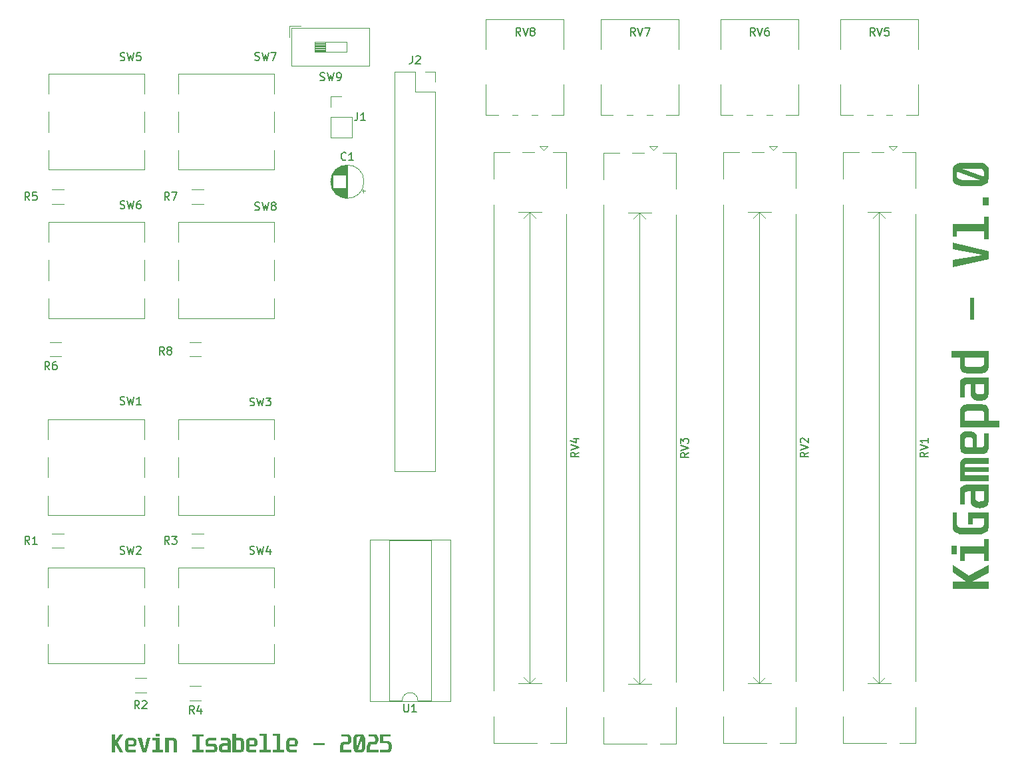
<source format=gbr>
%TF.GenerationSoftware,KiCad,Pcbnew,8.0.5*%
%TF.CreationDate,2025-02-25T21:47:22-05:00*%
%TF.ProjectId,gamepad,67616d65-7061-4642-9e6b-696361645f70,rev?*%
%TF.SameCoordinates,Original*%
%TF.FileFunction,Legend,Top*%
%TF.FilePolarity,Positive*%
%FSLAX46Y46*%
G04 Gerber Fmt 4.6, Leading zero omitted, Abs format (unit mm)*
G04 Created by KiCad (PCBNEW 8.0.5) date 2025-02-25 21:47:22*
%MOMM*%
%LPD*%
G01*
G04 APERTURE LIST*
%ADD10C,0.100000*%
%ADD11C,0.150000*%
%ADD12C,0.120000*%
G04 APERTURE END LIST*
D10*
G36*
X95163569Y-145332794D02*
G01*
X95163569Y-146202787D01*
X95194832Y-146202787D01*
X95777107Y-145332794D01*
X96229933Y-145332794D01*
X95554846Y-146350799D01*
X96224560Y-147615000D01*
X95740471Y-147615000D01*
X95197274Y-146565244D01*
X95163569Y-146568175D01*
X95163569Y-147615000D01*
X94721978Y-147615000D01*
X94721978Y-145332794D01*
X95163569Y-145332794D01*
G37*
G36*
X97641021Y-145814334D02*
G01*
X97738356Y-145857279D01*
X97811915Y-145922767D01*
X97818489Y-145930701D01*
X97869021Y-146015258D01*
X97900055Y-146110597D01*
X97916491Y-146209596D01*
X97922923Y-146323134D01*
X97923025Y-146340540D01*
X97919607Y-146440123D01*
X97906981Y-146542237D01*
X97881160Y-146640392D01*
X97831797Y-146735265D01*
X97825816Y-146743053D01*
X97747903Y-146812303D01*
X97657838Y-146850313D01*
X97561118Y-146864210D01*
X97537609Y-146864685D01*
X96887435Y-146864685D01*
X96887435Y-147024420D01*
X96890526Y-147125262D01*
X96897205Y-147186598D01*
X96930803Y-147278343D01*
X96932376Y-147280387D01*
X97001252Y-147322397D01*
X97101716Y-147332128D01*
X97109696Y-147332166D01*
X97768175Y-147332166D01*
X97768175Y-147615000D01*
X96912836Y-147615000D01*
X96811283Y-147609109D01*
X96712395Y-147587952D01*
X96701322Y-147584225D01*
X96613240Y-147536998D01*
X96558196Y-147483597D01*
X96506781Y-147397627D01*
X96475153Y-147301392D01*
X96457758Y-147200444D01*
X96449965Y-147101174D01*
X96448286Y-147021001D01*
X96448286Y-146393297D01*
X96887435Y-146393297D01*
X96887435Y-146614581D01*
X97360289Y-146614581D01*
X97437470Y-146605788D01*
X97489249Y-146568175D01*
X97517581Y-146485132D01*
X97525825Y-146383741D01*
X97526374Y-146341029D01*
X97523219Y-146242043D01*
X97519047Y-146202787D01*
X97493646Y-146125607D01*
X97442843Y-146091901D01*
X97360289Y-146084574D01*
X97058893Y-146084574D01*
X96974385Y-146099228D01*
X96921140Y-146149054D01*
X96894274Y-146243332D01*
X96887976Y-146344898D01*
X96887435Y-146393297D01*
X96448286Y-146393297D01*
X96448286Y-146392808D01*
X96451461Y-146286029D01*
X96462166Y-146183367D01*
X96475153Y-146115837D01*
X96506781Y-146019251D01*
X96558196Y-145933143D01*
X96631131Y-145867318D01*
X96701322Y-145833004D01*
X96797920Y-145809556D01*
X96897470Y-145801863D01*
X96912836Y-145801741D01*
X97537609Y-145801741D01*
X97641021Y-145814334D01*
G37*
G36*
X98538028Y-145801741D02*
G01*
X98886807Y-147177316D01*
X98900973Y-147177316D01*
X99249752Y-145801741D01*
X99697205Y-145801741D01*
X99174036Y-147615000D01*
X98619605Y-147615000D01*
X98093506Y-145801741D01*
X98538028Y-145801741D01*
G37*
G36*
X100863709Y-145239005D02*
G01*
X100863709Y-145582899D01*
X100348845Y-145582899D01*
X100348845Y-145239005D01*
X100863709Y-145239005D01*
G37*
G36*
X100824630Y-145801741D02*
G01*
X100824630Y-147332166D01*
X101314092Y-147332166D01*
X101314092Y-147615000D01*
X99890645Y-147615000D01*
X99890645Y-147332166D01*
X100388412Y-147332166D01*
X100388412Y-146084574D01*
X99890645Y-146084574D01*
X99890645Y-145801741D01*
X100824630Y-145801741D01*
G37*
G36*
X102582201Y-145801741D02*
G01*
X102685611Y-145806603D01*
X102785934Y-145824066D01*
X102797135Y-145827142D01*
X102886333Y-145867929D01*
X102940750Y-145916535D01*
X102993025Y-146002350D01*
X103020861Y-146088970D01*
X103037308Y-146186588D01*
X103045047Y-146292868D01*
X103046263Y-146362034D01*
X103046263Y-147615000D01*
X102615907Y-147615000D01*
X102615907Y-146390854D01*
X102612472Y-146289494D01*
X102607114Y-146240401D01*
X102577805Y-146147100D01*
X102524071Y-146098740D01*
X102446891Y-146084574D01*
X102013604Y-146084574D01*
X102013604Y-147615000D01*
X101577386Y-147615000D01*
X101577386Y-145801741D01*
X102582201Y-145801741D01*
G37*
G36*
X106429026Y-145332794D02*
G01*
X106429026Y-145615628D01*
X105953729Y-145615628D01*
X105953729Y-147332166D01*
X106429026Y-147332166D01*
X106429026Y-147615000D01*
X105033422Y-147615000D01*
X105033422Y-147332166D01*
X105514581Y-147332166D01*
X105514581Y-145615628D01*
X105033422Y-145615628D01*
X105033422Y-145332794D01*
X106429026Y-145332794D01*
G37*
G36*
X108079619Y-145801741D02*
G01*
X108079619Y-146084574D01*
X107215976Y-146084574D01*
X107121165Y-146114389D01*
X107101671Y-146133422D01*
X107065917Y-146228251D01*
X107061127Y-146302438D01*
X107073375Y-146407990D01*
X107127815Y-146494990D01*
X107215976Y-146520792D01*
X107809487Y-146520792D01*
X107910088Y-146533775D01*
X107978503Y-146561824D01*
X108057420Y-146620131D01*
X108102090Y-146671734D01*
X108151669Y-146757411D01*
X108179759Y-146835376D01*
X108199909Y-146933562D01*
X108206599Y-147032709D01*
X108206625Y-147039563D01*
X108202950Y-147137835D01*
X108189373Y-147241589D01*
X108161606Y-147345797D01*
X108120771Y-147434678D01*
X108102090Y-147464057D01*
X108035564Y-147537023D01*
X107942886Y-147590088D01*
X107842589Y-147612641D01*
X107792878Y-147615000D01*
X106740680Y-147615000D01*
X106740680Y-147332166D01*
X107700066Y-147332166D01*
X107785646Y-147284940D01*
X107789947Y-147278433D01*
X107819670Y-147182242D01*
X107823653Y-147111371D01*
X107815226Y-147013674D01*
X107789947Y-146947240D01*
X107703555Y-146895999D01*
X107700066Y-146895949D01*
X107083597Y-146895949D01*
X106983192Y-146884230D01*
X106906277Y-146854427D01*
X106825664Y-146793003D01*
X106781224Y-146737679D01*
X106735559Y-146650549D01*
X106706486Y-146560847D01*
X106688604Y-146461242D01*
X106681792Y-146362079D01*
X106681573Y-146340052D01*
X106686669Y-146234631D01*
X106704972Y-146127088D01*
X106736586Y-146033345D01*
X106788063Y-145944378D01*
X106857357Y-145875428D01*
X106944890Y-145829042D01*
X107050660Y-145805223D01*
X107117302Y-145801741D01*
X108079619Y-145801741D01*
G37*
G36*
X109533572Y-145805933D02*
G01*
X109630286Y-145821188D01*
X109653032Y-145827142D01*
X109742299Y-145867929D01*
X109797623Y-145916535D01*
X109851324Y-146002350D01*
X109879200Y-146088970D01*
X109895647Y-146186588D01*
X109903386Y-146292868D01*
X109904602Y-146362034D01*
X109904602Y-147615000D01*
X108807463Y-147615000D01*
X108706067Y-147600189D01*
X108642843Y-147572990D01*
X108561152Y-147511329D01*
X108513394Y-147456242D01*
X108462296Y-147369112D01*
X108428886Y-147279410D01*
X108407849Y-147179161D01*
X108399835Y-147078235D01*
X108399577Y-147055683D01*
X108400884Y-147032236D01*
X108824560Y-147032236D01*
X108828510Y-147134165D01*
X108846065Y-147237266D01*
X108898730Y-147321622D01*
X108936912Y-147332166D01*
X109465942Y-147332166D01*
X109465942Y-146770896D01*
X109114232Y-146770896D01*
X109012932Y-146776787D01*
X108970617Y-146784574D01*
X108881713Y-146830003D01*
X108836772Y-146911580D01*
X108824858Y-147010486D01*
X108824560Y-147032236D01*
X108400884Y-147032236D01*
X108405187Y-146955052D01*
X108423649Y-146853457D01*
X108428886Y-146833911D01*
X108464912Y-146736580D01*
X108513394Y-146652683D01*
X108581281Y-146576124D01*
X108642843Y-146531538D01*
X108736933Y-146495238D01*
X108807463Y-146488063D01*
X109468872Y-146488063D01*
X109468872Y-146328328D01*
X109462584Y-146226252D01*
X109430771Y-146133911D01*
X109342843Y-146087657D01*
X109299856Y-146084574D01*
X108627212Y-146084574D01*
X108627212Y-145801741D01*
X109435167Y-145801741D01*
X109533572Y-145805933D01*
G37*
G36*
X110567965Y-145801741D02*
G01*
X111127770Y-145801741D01*
X111230579Y-145808917D01*
X111331360Y-145834692D01*
X111423426Y-145886096D01*
X111486318Y-145951706D01*
X111533763Y-146038168D01*
X111564157Y-146132655D01*
X111584172Y-146244721D01*
X111593068Y-146354767D01*
X111594762Y-146435307D01*
X111594762Y-146981434D01*
X111592115Y-147081211D01*
X111581948Y-147189105D01*
X111560450Y-147298659D01*
X111523172Y-147402340D01*
X111486318Y-147465034D01*
X111414311Y-147537527D01*
X111319737Y-147586295D01*
X111216728Y-147609727D01*
X111127770Y-147615000D01*
X110128817Y-147615000D01*
X110128817Y-147332166D01*
X110567965Y-147332166D01*
X110877177Y-147332166D01*
X110977845Y-147328590D01*
X111019326Y-147323862D01*
X111105300Y-147284295D01*
X111146588Y-147194841D01*
X111147309Y-147190994D01*
X111157217Y-147088312D01*
X111158545Y-147018070D01*
X111158545Y-146392808D01*
X111155617Y-146294068D01*
X111150240Y-146240401D01*
X111121908Y-146145635D01*
X111068663Y-146097274D01*
X110987086Y-146084574D01*
X110567965Y-146084574D01*
X110567965Y-147332166D01*
X110128817Y-147332166D01*
X110128817Y-145239005D01*
X110567965Y-145239005D01*
X110567965Y-145801741D01*
G37*
G36*
X113028321Y-145814334D02*
G01*
X113125655Y-145857279D01*
X113199214Y-145922767D01*
X113205788Y-145930701D01*
X113256321Y-146015258D01*
X113287355Y-146110597D01*
X113303790Y-146209596D01*
X113310222Y-146323134D01*
X113310324Y-146340540D01*
X113306907Y-146440123D01*
X113294281Y-146542237D01*
X113268460Y-146640392D01*
X113219096Y-146735265D01*
X113213115Y-146743053D01*
X113135202Y-146812303D01*
X113045137Y-146850313D01*
X112948417Y-146864210D01*
X112924909Y-146864685D01*
X112274734Y-146864685D01*
X112274734Y-147024420D01*
X112277826Y-147125262D01*
X112284504Y-147186598D01*
X112318103Y-147278343D01*
X112319675Y-147280387D01*
X112388551Y-147322397D01*
X112489015Y-147332128D01*
X112496995Y-147332166D01*
X113155474Y-147332166D01*
X113155474Y-147615000D01*
X112300136Y-147615000D01*
X112198582Y-147609109D01*
X112099694Y-147587952D01*
X112088621Y-147584225D01*
X112000539Y-147536998D01*
X111945495Y-147483597D01*
X111894080Y-147397627D01*
X111862452Y-147301392D01*
X111845057Y-147200444D01*
X111837265Y-147101174D01*
X111835586Y-147021001D01*
X111835586Y-146393297D01*
X112274734Y-146393297D01*
X112274734Y-146614581D01*
X112747588Y-146614581D01*
X112824769Y-146605788D01*
X112876549Y-146568175D01*
X112904881Y-146485132D01*
X112913124Y-146383741D01*
X112913674Y-146341029D01*
X112910518Y-146242043D01*
X112906346Y-146202787D01*
X112880945Y-146125607D01*
X112830143Y-146091901D01*
X112747588Y-146084574D01*
X112446193Y-146084574D01*
X112361685Y-146099228D01*
X112308440Y-146149054D01*
X112281573Y-146243332D01*
X112275275Y-146344898D01*
X112274734Y-146393297D01*
X111835586Y-146393297D01*
X111835586Y-146392808D01*
X111838760Y-146286029D01*
X111849465Y-146183367D01*
X111862452Y-146115837D01*
X111894080Y-146019251D01*
X111945495Y-145933143D01*
X112018430Y-145867318D01*
X112088621Y-145833004D01*
X112185219Y-145809556D01*
X112284769Y-145801863D01*
X112300136Y-145801741D01*
X112924909Y-145801741D01*
X113028321Y-145814334D01*
G37*
G36*
X114493925Y-145239005D02*
G01*
X114493925Y-147332166D01*
X114994623Y-147332166D01*
X114994623Y-147615000D01*
X113568244Y-147615000D01*
X113568244Y-147332166D01*
X114057707Y-147332166D01*
X114057707Y-145521838D01*
X113568244Y-145521838D01*
X113568244Y-145239005D01*
X114493925Y-145239005D01*
G37*
G36*
X116203625Y-145239005D02*
G01*
X116203625Y-147332166D01*
X116704323Y-147332166D01*
X116704323Y-147615000D01*
X115277944Y-147615000D01*
X115277944Y-147332166D01*
X115767407Y-147332166D01*
X115767407Y-145521838D01*
X115277944Y-145521838D01*
X115277944Y-145239005D01*
X116203625Y-145239005D01*
G37*
G36*
X118157421Y-145814334D02*
G01*
X118254755Y-145857279D01*
X118328314Y-145922767D01*
X118334888Y-145930701D01*
X118385420Y-146015258D01*
X118416454Y-146110597D01*
X118432890Y-146209596D01*
X118439322Y-146323134D01*
X118439424Y-146340540D01*
X118436006Y-146440123D01*
X118423381Y-146542237D01*
X118397560Y-146640392D01*
X118348196Y-146735265D01*
X118342215Y-146743053D01*
X118264302Y-146812303D01*
X118174237Y-146850313D01*
X118077517Y-146864210D01*
X118054009Y-146864685D01*
X117403834Y-146864685D01*
X117403834Y-147024420D01*
X117406925Y-147125262D01*
X117413604Y-147186598D01*
X117447202Y-147278343D01*
X117448775Y-147280387D01*
X117517651Y-147322397D01*
X117618115Y-147332128D01*
X117626095Y-147332166D01*
X118284574Y-147332166D01*
X118284574Y-147615000D01*
X117429235Y-147615000D01*
X117327682Y-147609109D01*
X117228794Y-147587952D01*
X117217721Y-147584225D01*
X117129639Y-147536998D01*
X117074595Y-147483597D01*
X117023180Y-147397627D01*
X116991552Y-147301392D01*
X116974157Y-147200444D01*
X116966365Y-147101174D01*
X116964685Y-147021001D01*
X116964685Y-146393297D01*
X117403834Y-146393297D01*
X117403834Y-146614581D01*
X117876688Y-146614581D01*
X117953869Y-146605788D01*
X118005648Y-146568175D01*
X118033981Y-146485132D01*
X118042224Y-146383741D01*
X118042773Y-146341029D01*
X118039618Y-146242043D01*
X118035446Y-146202787D01*
X118010045Y-146125607D01*
X117959242Y-146091901D01*
X117876688Y-146084574D01*
X117575293Y-146084574D01*
X117490785Y-146099228D01*
X117437540Y-146149054D01*
X117410673Y-146243332D01*
X117404375Y-146344898D01*
X117403834Y-146393297D01*
X116964685Y-146393297D01*
X116964685Y-146392808D01*
X116967860Y-146286029D01*
X116978565Y-146183367D01*
X116991552Y-146115837D01*
X117023180Y-146019251D01*
X117074595Y-145933143D01*
X117147530Y-145867318D01*
X117217721Y-145833004D01*
X117314319Y-145809556D01*
X117413869Y-145801863D01*
X117429235Y-145801741D01*
X118054009Y-145801741D01*
X118157421Y-145814334D01*
G37*
G36*
X121819256Y-146425537D02*
G01*
X121819256Y-146708370D01*
X120418279Y-146708370D01*
X120418279Y-146425537D01*
X121819256Y-146425537D01*
G37*
G36*
X124836144Y-145332794D02*
G01*
X124933459Y-145346719D01*
X125011999Y-145382131D01*
X125091157Y-145445305D01*
X125150240Y-145518907D01*
X125198376Y-145606649D01*
X125232650Y-145699774D01*
X125238656Y-145721140D01*
X125258582Y-145817629D01*
X125268349Y-145919761D01*
X125269431Y-145968803D01*
X125264352Y-146072820D01*
X125249115Y-146170549D01*
X125238656Y-146213534D01*
X125206773Y-146306232D01*
X125161614Y-146393100D01*
X125151217Y-146408928D01*
X125084775Y-146486821D01*
X125014930Y-146538377D01*
X124918931Y-146575901D01*
X124836144Y-146584783D01*
X124405788Y-146584783D01*
X124313825Y-146617937D01*
X124260180Y-146704469D01*
X124237530Y-146808905D01*
X124231399Y-146924281D01*
X124231399Y-147332166D01*
X125278224Y-147332166D01*
X125278224Y-147615000D01*
X123803485Y-147615000D01*
X123803485Y-146927212D01*
X123808161Y-146822320D01*
X123822189Y-146723555D01*
X123831817Y-146680038D01*
X123861657Y-146585577D01*
X123904834Y-146497650D01*
X123914860Y-146481713D01*
X123979331Y-146403025D01*
X124046751Y-146350310D01*
X124141548Y-146311206D01*
X124225537Y-146301950D01*
X124650519Y-146301950D01*
X124747302Y-146267680D01*
X124798042Y-146204741D01*
X124835776Y-146109813D01*
X124851893Y-146004754D01*
X124853241Y-145960010D01*
X124845479Y-145856833D01*
X124819550Y-145760251D01*
X124798042Y-145714790D01*
X124733806Y-145640418D01*
X124650519Y-145615628D01*
X124014511Y-145615628D01*
X124014511Y-145332794D01*
X124836144Y-145332794D01*
G37*
G36*
X126657474Y-145348096D02*
G01*
X126730003Y-145381154D01*
X126809161Y-145442496D01*
X126868244Y-145514023D01*
X126916702Y-145599796D01*
X126951858Y-145691666D01*
X126958126Y-145712836D01*
X126979000Y-145808773D01*
X126989232Y-145910837D01*
X126990366Y-145960010D01*
X126990366Y-146996577D01*
X126985287Y-147097431D01*
X126968457Y-147200815D01*
X126959591Y-147236423D01*
X126927521Y-147329829D01*
X126881747Y-147418078D01*
X126871175Y-147434260D01*
X126807794Y-147509731D01*
X126732934Y-147567128D01*
X126637862Y-147605837D01*
X126557079Y-147615000D01*
X125941099Y-147615000D01*
X125841496Y-147601489D01*
X125762313Y-147567128D01*
X125683950Y-147505543D01*
X125626025Y-147434260D01*
X125578512Y-147348458D01*
X125572329Y-147332166D01*
X126098879Y-147332166D01*
X126402718Y-147332166D01*
X126486737Y-147304323D01*
X126552683Y-147230561D01*
X126591098Y-147139733D01*
X126595181Y-147125048D01*
X126610064Y-147026993D01*
X126610812Y-146998042D01*
X126610812Y-145920443D01*
X126098879Y-147332166D01*
X125572329Y-147332166D01*
X125541304Y-147250419D01*
X125537121Y-147236423D01*
X125515082Y-147134976D01*
X125505668Y-147035920D01*
X125504881Y-146996577D01*
X125504881Y-145960010D01*
X125504980Y-145958056D01*
X125890296Y-145958056D01*
X125890296Y-147064965D01*
X126411022Y-145615628D01*
X126093018Y-145615628D01*
X126008510Y-145643960D01*
X125945006Y-145719187D01*
X125908195Y-145812739D01*
X125904462Y-145828119D01*
X125890974Y-145928630D01*
X125890296Y-145958056D01*
X125504980Y-145958056D01*
X125510202Y-145855118D01*
X125526164Y-145756353D01*
X125537121Y-145712836D01*
X125570527Y-145618522D01*
X125616902Y-145530130D01*
X125627491Y-145514023D01*
X125690750Y-145438307D01*
X125765244Y-145381154D01*
X125860315Y-145342051D01*
X125941099Y-145332794D01*
X126557079Y-145332794D01*
X126657474Y-145348096D01*
G37*
G36*
X128255544Y-145332794D02*
G01*
X128352859Y-145346719D01*
X128431399Y-145382131D01*
X128510557Y-145445305D01*
X128569640Y-145518907D01*
X128617776Y-145606649D01*
X128652050Y-145699774D01*
X128658056Y-145721140D01*
X128677981Y-145817629D01*
X128687749Y-145919761D01*
X128688831Y-145968803D01*
X128683752Y-146072820D01*
X128668515Y-146170549D01*
X128658056Y-146213534D01*
X128626173Y-146306232D01*
X128581014Y-146393100D01*
X128570617Y-146408928D01*
X128504175Y-146486821D01*
X128434330Y-146538377D01*
X128338331Y-146575901D01*
X128255544Y-146584783D01*
X127825188Y-146584783D01*
X127733225Y-146617937D01*
X127679580Y-146704469D01*
X127656929Y-146808905D01*
X127650799Y-146924281D01*
X127650799Y-147332166D01*
X128697623Y-147332166D01*
X128697623Y-147615000D01*
X127222885Y-147615000D01*
X127222885Y-146927212D01*
X127227561Y-146822320D01*
X127241589Y-146723555D01*
X127251217Y-146680038D01*
X127281057Y-146585577D01*
X127324233Y-146497650D01*
X127334260Y-146481713D01*
X127398731Y-146403025D01*
X127466151Y-146350310D01*
X127560948Y-146311206D01*
X127644937Y-146301950D01*
X128069919Y-146301950D01*
X128166701Y-146267680D01*
X128217442Y-146204741D01*
X128255176Y-146109813D01*
X128271293Y-146004754D01*
X128272641Y-145960010D01*
X128264878Y-145856833D01*
X128238950Y-145760251D01*
X128217442Y-145714790D01*
X128153206Y-145640418D01*
X128069919Y-145615628D01*
X127433911Y-145615628D01*
X127433911Y-145332794D01*
X128255544Y-145332794D01*
G37*
G36*
X130238307Y-145332794D02*
G01*
X130238307Y-145615628D01*
X129343401Y-145615628D01*
X129343401Y-146206695D01*
X129985272Y-146206695D01*
X130084079Y-146221860D01*
X130162103Y-146260429D01*
X130239291Y-146327341D01*
X130295949Y-146403555D01*
X130341658Y-146494366D01*
X130374249Y-146590937D01*
X130379968Y-146613115D01*
X130399261Y-146711651D01*
X130408718Y-146813572D01*
X130409766Y-146861755D01*
X130405026Y-146966649D01*
X130390806Y-147070307D01*
X130376060Y-147138726D01*
X130347209Y-147236614D01*
X130307892Y-147332892D01*
X130283248Y-147380526D01*
X130226948Y-147464756D01*
X130156459Y-147537986D01*
X130141099Y-147550519D01*
X130055003Y-147598879D01*
X129962801Y-147615000D01*
X128924281Y-147615000D01*
X128924281Y-147332166D01*
X129776688Y-147332166D01*
X129866570Y-147291622D01*
X129922482Y-147208969D01*
X129933004Y-147185132D01*
X129963217Y-147091005D01*
X129975013Y-147035655D01*
X129988065Y-146934849D01*
X129990645Y-146864685D01*
X129986256Y-146762008D01*
X129969404Y-146658693D01*
X129945704Y-146589180D01*
X129883617Y-146511424D01*
X129805020Y-146489528D01*
X128924281Y-146489528D01*
X128924281Y-145332794D01*
X130238307Y-145332794D01*
G37*
G36*
X201765589Y-125902861D02*
G01*
X203505575Y-125902861D01*
X203505575Y-125840334D01*
X201765589Y-124675785D01*
X201765589Y-123770132D01*
X203801598Y-125120307D01*
X206330000Y-123780879D01*
X206330000Y-124749057D01*
X204230488Y-125835450D01*
X204236350Y-125902861D01*
X206330000Y-125902861D01*
X206330000Y-126786043D01*
X201765589Y-126786043D01*
X201765589Y-125902861D01*
G37*
G36*
X201578011Y-121341381D02*
G01*
X202265799Y-121341381D01*
X202265799Y-122371109D01*
X201578011Y-122371109D01*
X201578011Y-121341381D01*
G37*
G36*
X202703482Y-121419539D02*
G01*
X205764333Y-121419539D01*
X205764333Y-120440614D01*
X206330000Y-120440614D01*
X206330000Y-123287508D01*
X205764333Y-123287508D01*
X205764333Y-122291974D01*
X203269148Y-122291974D01*
X203269148Y-123287508D01*
X202703482Y-123287508D01*
X202703482Y-121419539D01*
G37*
G36*
X201765589Y-117100348D02*
G01*
X202331256Y-117100348D01*
X202331256Y-118630286D01*
X202387920Y-118793440D01*
X202537397Y-118920446D01*
X202724502Y-118997276D01*
X202755261Y-119005443D01*
X202955688Y-119034280D01*
X203014159Y-119035729D01*
X205086315Y-119035729D01*
X205284571Y-119018436D01*
X205338374Y-119007397D01*
X205524721Y-118942198D01*
X205555261Y-118926308D01*
X205707669Y-118796371D01*
X205764333Y-118630286D01*
X205764333Y-117836985D01*
X204329162Y-117836985D01*
X204329162Y-118591207D01*
X203763496Y-118591207D01*
X203763496Y-117031960D01*
X206330000Y-117031960D01*
X206330000Y-118996650D01*
X206302978Y-119195368D01*
X206234256Y-119354221D01*
X206111914Y-119510948D01*
X205971451Y-119626796D01*
X205789734Y-119726692D01*
X205592756Y-119797718D01*
X205578709Y-119801674D01*
X205374693Y-119843749D01*
X205173530Y-119861721D01*
X205093154Y-119863224D01*
X203020020Y-119863224D01*
X202810237Y-119852582D01*
X202612707Y-119820657D01*
X202525673Y-119798743D01*
X202337045Y-119732493D01*
X202160260Y-119641588D01*
X202128046Y-119620935D01*
X201976615Y-119496615D01*
X201862309Y-119348360D01*
X201784102Y-119158217D01*
X201765589Y-118996650D01*
X201765589Y-117100348D01*
G37*
G36*
X206330000Y-115712072D02*
G01*
X206300379Y-115914863D01*
X206245980Y-116041311D01*
X206122659Y-116204694D01*
X206012484Y-116300209D01*
X205838224Y-116402406D01*
X205658820Y-116469225D01*
X205458322Y-116511300D01*
X205256470Y-116527328D01*
X205211367Y-116527843D01*
X205010104Y-116516623D01*
X204806914Y-116479701D01*
X204767822Y-116469225D01*
X204573161Y-116397173D01*
X204405366Y-116300209D01*
X204252248Y-116164437D01*
X204163077Y-116041311D01*
X204090477Y-115853131D01*
X204076127Y-115712072D01*
X204076127Y-115098534D01*
X204641793Y-115098534D01*
X204653574Y-115301133D01*
X204669148Y-115385764D01*
X204760006Y-115563572D01*
X204923161Y-115653454D01*
X205120972Y-115677282D01*
X205164473Y-115677878D01*
X205368331Y-115669978D01*
X205574533Y-115634868D01*
X205743244Y-115529539D01*
X205764333Y-115453175D01*
X205764333Y-114395115D01*
X204641793Y-114395115D01*
X204641793Y-115098534D01*
X204076127Y-115098534D01*
X204076127Y-114389253D01*
X203756657Y-114389253D01*
X203552504Y-114401829D01*
X203367822Y-114465457D01*
X203275315Y-114641311D01*
X203269148Y-114727285D01*
X203269148Y-116072575D01*
X202703482Y-116072575D01*
X202703482Y-114456664D01*
X202711866Y-114259854D01*
X202742377Y-114066425D01*
X202754284Y-114020935D01*
X202835858Y-113842401D01*
X202933070Y-113731751D01*
X203104700Y-113624349D01*
X203277941Y-113568597D01*
X203473176Y-113535704D01*
X203685736Y-113520225D01*
X203824068Y-113517794D01*
X206330000Y-113517794D01*
X206330000Y-115712072D01*
G37*
G36*
X202703482Y-111032379D02*
G01*
X202713767Y-110824330D01*
X202750708Y-110621364D01*
X202757215Y-110598604D01*
X202841777Y-110417700D01*
X202940886Y-110306489D01*
X203114268Y-110199087D01*
X203286734Y-110143335D01*
X203495370Y-110108607D01*
X203706946Y-110094319D01*
X203824068Y-110092533D01*
X206330000Y-110092533D01*
X206330000Y-110851639D01*
X203881709Y-110851639D01*
X203678988Y-110858509D01*
X203580802Y-110869225D01*
X203394200Y-110927843D01*
X203297480Y-111035310D01*
X203269148Y-111195533D01*
X203269148Y-111330355D01*
X206330000Y-111330355D01*
X206330000Y-111921423D01*
X203269148Y-111921423D01*
X203269148Y-112321004D01*
X206330000Y-112321004D01*
X206330000Y-113108443D01*
X202703482Y-113108443D01*
X202703482Y-111032379D01*
G37*
G36*
X203980246Y-106713185D02*
G01*
X204184475Y-106738436D01*
X204380785Y-106790078D01*
X204570531Y-106888806D01*
X204586106Y-106900767D01*
X204724606Y-107056594D01*
X204800626Y-107236723D01*
X204828421Y-107430163D01*
X204829371Y-107477180D01*
X204829371Y-108777529D01*
X205148841Y-108777529D01*
X205350525Y-108771347D01*
X205473196Y-108757990D01*
X205656687Y-108690792D01*
X205660774Y-108687648D01*
X205744794Y-108549895D01*
X205764257Y-108348967D01*
X205764333Y-108333007D01*
X205764333Y-107016050D01*
X206330000Y-107016050D01*
X206330000Y-108726727D01*
X206318219Y-108929834D01*
X206275904Y-109127609D01*
X206268450Y-109149755D01*
X206173997Y-109325919D01*
X206067194Y-109436008D01*
X205895254Y-109538838D01*
X205702784Y-109602093D01*
X205500889Y-109636883D01*
X205302348Y-109652468D01*
X205142002Y-109655826D01*
X203885617Y-109655826D01*
X203672058Y-109649477D01*
X203466734Y-109628068D01*
X203331674Y-109602093D01*
X203138503Y-109538838D01*
X202966287Y-109436008D01*
X202834636Y-109290138D01*
X202766008Y-109149755D01*
X202719113Y-108956559D01*
X202703726Y-108757459D01*
X202703482Y-108726727D01*
X202703482Y-107831821D01*
X203269148Y-107831821D01*
X203269148Y-108434612D01*
X203298457Y-108603628D01*
X203398108Y-108710118D01*
X203586664Y-108763852D01*
X203789797Y-108776447D01*
X203886594Y-108777529D01*
X204329162Y-108777529D01*
X204329162Y-107831821D01*
X204311577Y-107677459D01*
X204236350Y-107573900D01*
X204070265Y-107517236D01*
X203867482Y-107500750D01*
X203782058Y-107499651D01*
X203584087Y-107505962D01*
X203505575Y-107514305D01*
X203351214Y-107565108D01*
X203283803Y-107666713D01*
X203269148Y-107831821D01*
X202703482Y-107831821D01*
X202703482Y-107477180D01*
X202728669Y-107270356D01*
X202814559Y-107075688D01*
X202945534Y-106928570D01*
X202961402Y-106915422D01*
X203130516Y-106814357D01*
X203321194Y-106752288D01*
X203519192Y-106719417D01*
X203746268Y-106706554D01*
X203781081Y-106706350D01*
X203980246Y-106713185D01*
G37*
G36*
X205340335Y-103264842D02*
G01*
X205550628Y-103284992D01*
X205702784Y-103313328D01*
X205895254Y-103375882D01*
X206067194Y-103478436D01*
X206199154Y-103626470D01*
X206268450Y-103771528D01*
X206314612Y-103969609D01*
X206329759Y-104172983D01*
X206330000Y-104204326D01*
X206330000Y-105403070D01*
X207705575Y-105403070D01*
X207705575Y-106269644D01*
X202703482Y-106269644D01*
X202703482Y-104795394D01*
X203269148Y-104795394D01*
X203269148Y-105403070D01*
X205764333Y-105403070D01*
X205764333Y-104479832D01*
X205738932Y-104317655D01*
X205649050Y-104210188D01*
X205473196Y-104154501D01*
X205270779Y-104138014D01*
X205186943Y-104136915D01*
X203800621Y-104136915D01*
X203602035Y-104146903D01*
X203500690Y-104165247D01*
X203342421Y-104266852D01*
X203282372Y-104453068D01*
X203280872Y-104469085D01*
X203270533Y-104667798D01*
X203269148Y-104795394D01*
X202703482Y-104795394D01*
X202703482Y-104204326D01*
X202714889Y-104004959D01*
X202755860Y-103805962D01*
X202763077Y-103783251D01*
X202855160Y-103600630D01*
X202961402Y-103487229D01*
X203133683Y-103381561D01*
X203328743Y-103316259D01*
X203531904Y-103279571D01*
X203731011Y-103263136D01*
X203891479Y-103259595D01*
X205142002Y-103259595D01*
X205340335Y-103264842D01*
G37*
G36*
X206330000Y-102034473D02*
G01*
X206300379Y-102237264D01*
X206245980Y-102363712D01*
X206122659Y-102527094D01*
X206012484Y-102622609D01*
X205838224Y-102724807D01*
X205658820Y-102791625D01*
X205458322Y-102833700D01*
X205256470Y-102849729D01*
X205211367Y-102850244D01*
X205010104Y-102839024D01*
X204806914Y-102802101D01*
X204767822Y-102791625D01*
X204573161Y-102719574D01*
X204405366Y-102622609D01*
X204252248Y-102486837D01*
X204163077Y-102363712D01*
X204090477Y-102175531D01*
X204076127Y-102034473D01*
X204076127Y-101420935D01*
X204641793Y-101420935D01*
X204653574Y-101623534D01*
X204669148Y-101708164D01*
X204760006Y-101885973D01*
X204923161Y-101975854D01*
X205120972Y-101999682D01*
X205164473Y-102000279D01*
X205368331Y-101992379D01*
X205574533Y-101957269D01*
X205743244Y-101851939D01*
X205764333Y-101775575D01*
X205764333Y-100717515D01*
X204641793Y-100717515D01*
X204641793Y-101420935D01*
X204076127Y-101420935D01*
X204076127Y-100711653D01*
X203756657Y-100711653D01*
X203552504Y-100724230D01*
X203367822Y-100787857D01*
X203275315Y-100963712D01*
X203269148Y-101049685D01*
X203269148Y-102394975D01*
X202703482Y-102394975D01*
X202703482Y-100779064D01*
X202711866Y-100582254D01*
X202742377Y-100388825D01*
X202754284Y-100343335D01*
X202835858Y-100164801D01*
X202933070Y-100054152D01*
X203104700Y-99946750D01*
X203277941Y-99890997D01*
X203473176Y-99858105D01*
X203685736Y-99842626D01*
X203824068Y-99840195D01*
X206330000Y-99840195D01*
X206330000Y-102034473D01*
G37*
G36*
X206330000Y-98440195D02*
G01*
X206316536Y-98643863D01*
X206268176Y-98843654D01*
X206259658Y-98866154D01*
X206160996Y-99035840D01*
X206035931Y-99155338D01*
X205861542Y-99253035D01*
X205672887Y-99314477D01*
X205643189Y-99321423D01*
X205448466Y-99354167D01*
X205245832Y-99370906D01*
X205062868Y-99375157D01*
X203970614Y-99375157D01*
X203768369Y-99369909D01*
X203568160Y-99352015D01*
X203391270Y-99321423D01*
X203197138Y-99263186D01*
X203016948Y-99169153D01*
X202997550Y-99155338D01*
X202858778Y-99017766D01*
X202774801Y-98866154D01*
X202721311Y-98670760D01*
X202703760Y-98470939D01*
X202703482Y-98440195D01*
X202703482Y-98164689D01*
X203269148Y-98164689D01*
X203294549Y-98327843D01*
X203391270Y-98438241D01*
X203580802Y-98499790D01*
X203775670Y-98517421D01*
X203885617Y-98519330D01*
X204746329Y-98519330D01*
X204944757Y-98516563D01*
X205147357Y-98505938D01*
X205286594Y-98490997D01*
X205482542Y-98445832D01*
X205594340Y-98392323D01*
X205721440Y-98236063D01*
X205733070Y-98198883D01*
X205761280Y-97996417D01*
X205764333Y-97883321D01*
X205764333Y-97343056D01*
X203269148Y-97343056D01*
X203269148Y-98164689D01*
X202703482Y-98164689D01*
X202703482Y-97343056D01*
X201578011Y-97343056D01*
X201578011Y-96470621D01*
X206330000Y-96470621D01*
X206330000Y-98440195D01*
G37*
G36*
X203951074Y-89688485D02*
G01*
X204516741Y-89688485D01*
X204516741Y-92490439D01*
X203951074Y-92490439D01*
X203951074Y-89688485D01*
G37*
G36*
X201765589Y-84920865D02*
G01*
X205392107Y-84301465D01*
X205392107Y-84211584D01*
X201765589Y-83508164D01*
X201765589Y-82709002D01*
X206330000Y-83755338D01*
X206330000Y-84825122D01*
X201765589Y-85787438D01*
X201765589Y-84920865D01*
G37*
G36*
X201765589Y-80358408D02*
G01*
X205764333Y-80358408D01*
X205764333Y-79396092D01*
X206330000Y-79396092D01*
X206330000Y-82266434D01*
X205764333Y-82266434D01*
X205764333Y-81224982D01*
X202331256Y-81224982D01*
X202331256Y-81895184D01*
X201765589Y-81895184D01*
X201765589Y-80358408D01*
G37*
G36*
X205579685Y-76894068D02*
G01*
X206330000Y-76894068D01*
X206330000Y-77923796D01*
X205579685Y-77923796D01*
X205579685Y-76894068D01*
G37*
G36*
X205294863Y-72517624D02*
G01*
X205501630Y-72551284D01*
X205572847Y-72569016D01*
X205759658Y-72633156D01*
X205936157Y-72724704D01*
X205968520Y-72745847D01*
X206119462Y-72872609D01*
X206234256Y-73022330D01*
X206311674Y-73212473D01*
X206330000Y-73374040D01*
X206330000Y-74606001D01*
X206302978Y-74805206D01*
X206234256Y-74963572D01*
X206111087Y-75120299D01*
X205968520Y-75236147D01*
X205796916Y-75331173D01*
X205600839Y-75405591D01*
X205572847Y-75413956D01*
X205369953Y-75458034D01*
X205171841Y-75476862D01*
X205093154Y-75478436D01*
X203020020Y-75478436D01*
X202810237Y-75467795D01*
X202612707Y-75435869D01*
X202525673Y-75413956D01*
X202337045Y-75347144D01*
X202160260Y-75254394D01*
X202128046Y-75233217D01*
X201976615Y-75106699D01*
X201862309Y-74957711D01*
X201784102Y-74767568D01*
X201765589Y-74606001D01*
X201765589Y-74302163D01*
X202331256Y-74302163D01*
X202387920Y-74471179D01*
X202538374Y-74598185D01*
X202725479Y-74671809D01*
X202756238Y-74679274D01*
X202957261Y-74706250D01*
X203016113Y-74707606D01*
X205229930Y-74707606D01*
X202331256Y-73666154D01*
X202331256Y-74302163D01*
X201765589Y-74302163D01*
X201765589Y-73374040D01*
X201781968Y-73266573D01*
X202940886Y-73266573D01*
X205764333Y-74290439D01*
X205764333Y-73682763D01*
X205708646Y-73514724D01*
X205561123Y-73382833D01*
X205379467Y-73306003D01*
X205350097Y-73297836D01*
X205153987Y-73268069D01*
X205096085Y-73266573D01*
X202940886Y-73266573D01*
X201781968Y-73266573D01*
X201796192Y-73173249D01*
X201862309Y-73028192D01*
X201984992Y-72869876D01*
X202128046Y-72751709D01*
X202299593Y-72654794D01*
X202483332Y-72584483D01*
X202525673Y-72571946D01*
X202717547Y-72530198D01*
X202921675Y-72509733D01*
X203020020Y-72507466D01*
X205093154Y-72507466D01*
X205294863Y-72517624D01*
G37*
D11*
X102068333Y-77289819D02*
X101735000Y-76813628D01*
X101496905Y-77289819D02*
X101496905Y-76289819D01*
X101496905Y-76289819D02*
X101877857Y-76289819D01*
X101877857Y-76289819D02*
X101973095Y-76337438D01*
X101973095Y-76337438D02*
X102020714Y-76385057D01*
X102020714Y-76385057D02*
X102068333Y-76480295D01*
X102068333Y-76480295D02*
X102068333Y-76623152D01*
X102068333Y-76623152D02*
X102020714Y-76718390D01*
X102020714Y-76718390D02*
X101973095Y-76766009D01*
X101973095Y-76766009D02*
X101877857Y-76813628D01*
X101877857Y-76813628D02*
X101496905Y-76813628D01*
X102401667Y-76289819D02*
X103068333Y-76289819D01*
X103068333Y-76289819D02*
X102639762Y-77289819D01*
X95821667Y-78312200D02*
X95964524Y-78359819D01*
X95964524Y-78359819D02*
X96202619Y-78359819D01*
X96202619Y-78359819D02*
X96297857Y-78312200D01*
X96297857Y-78312200D02*
X96345476Y-78264580D01*
X96345476Y-78264580D02*
X96393095Y-78169342D01*
X96393095Y-78169342D02*
X96393095Y-78074104D01*
X96393095Y-78074104D02*
X96345476Y-77978866D01*
X96345476Y-77978866D02*
X96297857Y-77931247D01*
X96297857Y-77931247D02*
X96202619Y-77883628D01*
X96202619Y-77883628D02*
X96012143Y-77836009D01*
X96012143Y-77836009D02*
X95916905Y-77788390D01*
X95916905Y-77788390D02*
X95869286Y-77740771D01*
X95869286Y-77740771D02*
X95821667Y-77645533D01*
X95821667Y-77645533D02*
X95821667Y-77550295D01*
X95821667Y-77550295D02*
X95869286Y-77455057D01*
X95869286Y-77455057D02*
X95916905Y-77407438D01*
X95916905Y-77407438D02*
X96012143Y-77359819D01*
X96012143Y-77359819D02*
X96250238Y-77359819D01*
X96250238Y-77359819D02*
X96393095Y-77407438D01*
X96726429Y-77359819D02*
X96964524Y-78359819D01*
X96964524Y-78359819D02*
X97155000Y-77645533D01*
X97155000Y-77645533D02*
X97345476Y-78359819D01*
X97345476Y-78359819D02*
X97583572Y-77359819D01*
X98393095Y-77359819D02*
X98202619Y-77359819D01*
X98202619Y-77359819D02*
X98107381Y-77407438D01*
X98107381Y-77407438D02*
X98059762Y-77455057D01*
X98059762Y-77455057D02*
X97964524Y-77597914D01*
X97964524Y-77597914D02*
X97916905Y-77788390D01*
X97916905Y-77788390D02*
X97916905Y-78169342D01*
X97916905Y-78169342D02*
X97964524Y-78264580D01*
X97964524Y-78264580D02*
X98012143Y-78312200D01*
X98012143Y-78312200D02*
X98107381Y-78359819D01*
X98107381Y-78359819D02*
X98297857Y-78359819D01*
X98297857Y-78359819D02*
X98393095Y-78312200D01*
X98393095Y-78312200D02*
X98440714Y-78264580D01*
X98440714Y-78264580D02*
X98488333Y-78169342D01*
X98488333Y-78169342D02*
X98488333Y-77931247D01*
X98488333Y-77931247D02*
X98440714Y-77836009D01*
X98440714Y-77836009D02*
X98393095Y-77788390D01*
X98393095Y-77788390D02*
X98297857Y-77740771D01*
X98297857Y-77740771D02*
X98107381Y-77740771D01*
X98107381Y-77740771D02*
X98012143Y-77788390D01*
X98012143Y-77788390D02*
X97964524Y-77836009D01*
X97964524Y-77836009D02*
X97916905Y-77931247D01*
X95821667Y-59462200D02*
X95964524Y-59509819D01*
X95964524Y-59509819D02*
X96202619Y-59509819D01*
X96202619Y-59509819D02*
X96297857Y-59462200D01*
X96297857Y-59462200D02*
X96345476Y-59414580D01*
X96345476Y-59414580D02*
X96393095Y-59319342D01*
X96393095Y-59319342D02*
X96393095Y-59224104D01*
X96393095Y-59224104D02*
X96345476Y-59128866D01*
X96345476Y-59128866D02*
X96297857Y-59081247D01*
X96297857Y-59081247D02*
X96202619Y-59033628D01*
X96202619Y-59033628D02*
X96012143Y-58986009D01*
X96012143Y-58986009D02*
X95916905Y-58938390D01*
X95916905Y-58938390D02*
X95869286Y-58890771D01*
X95869286Y-58890771D02*
X95821667Y-58795533D01*
X95821667Y-58795533D02*
X95821667Y-58700295D01*
X95821667Y-58700295D02*
X95869286Y-58605057D01*
X95869286Y-58605057D02*
X95916905Y-58557438D01*
X95916905Y-58557438D02*
X96012143Y-58509819D01*
X96012143Y-58509819D02*
X96250238Y-58509819D01*
X96250238Y-58509819D02*
X96393095Y-58557438D01*
X96726429Y-58509819D02*
X96964524Y-59509819D01*
X96964524Y-59509819D02*
X97155000Y-58795533D01*
X97155000Y-58795533D02*
X97345476Y-59509819D01*
X97345476Y-59509819D02*
X97583572Y-58509819D01*
X98440714Y-58509819D02*
X97964524Y-58509819D01*
X97964524Y-58509819D02*
X97916905Y-58986009D01*
X97916905Y-58986009D02*
X97964524Y-58938390D01*
X97964524Y-58938390D02*
X98059762Y-58890771D01*
X98059762Y-58890771D02*
X98297857Y-58890771D01*
X98297857Y-58890771D02*
X98393095Y-58938390D01*
X98393095Y-58938390D02*
X98440714Y-58986009D01*
X98440714Y-58986009D02*
X98488333Y-59081247D01*
X98488333Y-59081247D02*
X98488333Y-59319342D01*
X98488333Y-59319342D02*
X98440714Y-59414580D01*
X98440714Y-59414580D02*
X98393095Y-59462200D01*
X98393095Y-59462200D02*
X98297857Y-59509819D01*
X98297857Y-59509819D02*
X98059762Y-59509819D01*
X98059762Y-59509819D02*
X97964524Y-59462200D01*
X97964524Y-59462200D02*
X97916905Y-59414580D01*
X183369819Y-109410238D02*
X182893628Y-109743571D01*
X183369819Y-109981666D02*
X182369819Y-109981666D01*
X182369819Y-109981666D02*
X182369819Y-109600714D01*
X182369819Y-109600714D02*
X182417438Y-109505476D01*
X182417438Y-109505476D02*
X182465057Y-109457857D01*
X182465057Y-109457857D02*
X182560295Y-109410238D01*
X182560295Y-109410238D02*
X182703152Y-109410238D01*
X182703152Y-109410238D02*
X182798390Y-109457857D01*
X182798390Y-109457857D02*
X182846009Y-109505476D01*
X182846009Y-109505476D02*
X182893628Y-109600714D01*
X182893628Y-109600714D02*
X182893628Y-109981666D01*
X182369819Y-109124523D02*
X183369819Y-108791190D01*
X183369819Y-108791190D02*
X182369819Y-108457857D01*
X182465057Y-108172142D02*
X182417438Y-108124523D01*
X182417438Y-108124523D02*
X182369819Y-108029285D01*
X182369819Y-108029285D02*
X182369819Y-107791190D01*
X182369819Y-107791190D02*
X182417438Y-107695952D01*
X182417438Y-107695952D02*
X182465057Y-107648333D01*
X182465057Y-107648333D02*
X182560295Y-107600714D01*
X182560295Y-107600714D02*
X182655533Y-107600714D01*
X182655533Y-107600714D02*
X182798390Y-107648333D01*
X182798390Y-107648333D02*
X183369819Y-108219761D01*
X183369819Y-108219761D02*
X183369819Y-107600714D01*
X112331667Y-122322200D02*
X112474524Y-122369819D01*
X112474524Y-122369819D02*
X112712619Y-122369819D01*
X112712619Y-122369819D02*
X112807857Y-122322200D01*
X112807857Y-122322200D02*
X112855476Y-122274580D01*
X112855476Y-122274580D02*
X112903095Y-122179342D01*
X112903095Y-122179342D02*
X112903095Y-122084104D01*
X112903095Y-122084104D02*
X112855476Y-121988866D01*
X112855476Y-121988866D02*
X112807857Y-121941247D01*
X112807857Y-121941247D02*
X112712619Y-121893628D01*
X112712619Y-121893628D02*
X112522143Y-121846009D01*
X112522143Y-121846009D02*
X112426905Y-121798390D01*
X112426905Y-121798390D02*
X112379286Y-121750771D01*
X112379286Y-121750771D02*
X112331667Y-121655533D01*
X112331667Y-121655533D02*
X112331667Y-121560295D01*
X112331667Y-121560295D02*
X112379286Y-121465057D01*
X112379286Y-121465057D02*
X112426905Y-121417438D01*
X112426905Y-121417438D02*
X112522143Y-121369819D01*
X112522143Y-121369819D02*
X112760238Y-121369819D01*
X112760238Y-121369819D02*
X112903095Y-121417438D01*
X113236429Y-121369819D02*
X113474524Y-122369819D01*
X113474524Y-122369819D02*
X113665000Y-121655533D01*
X113665000Y-121655533D02*
X113855476Y-122369819D01*
X113855476Y-122369819D02*
X114093572Y-121369819D01*
X114903095Y-121703152D02*
X114903095Y-122369819D01*
X114665000Y-121322200D02*
X114426905Y-122036485D01*
X114426905Y-122036485D02*
X115045952Y-122036485D01*
X95821667Y-122327200D02*
X95964524Y-122374819D01*
X95964524Y-122374819D02*
X96202619Y-122374819D01*
X96202619Y-122374819D02*
X96297857Y-122327200D01*
X96297857Y-122327200D02*
X96345476Y-122279580D01*
X96345476Y-122279580D02*
X96393095Y-122184342D01*
X96393095Y-122184342D02*
X96393095Y-122089104D01*
X96393095Y-122089104D02*
X96345476Y-121993866D01*
X96345476Y-121993866D02*
X96297857Y-121946247D01*
X96297857Y-121946247D02*
X96202619Y-121898628D01*
X96202619Y-121898628D02*
X96012143Y-121851009D01*
X96012143Y-121851009D02*
X95916905Y-121803390D01*
X95916905Y-121803390D02*
X95869286Y-121755771D01*
X95869286Y-121755771D02*
X95821667Y-121660533D01*
X95821667Y-121660533D02*
X95821667Y-121565295D01*
X95821667Y-121565295D02*
X95869286Y-121470057D01*
X95869286Y-121470057D02*
X95916905Y-121422438D01*
X95916905Y-121422438D02*
X96012143Y-121374819D01*
X96012143Y-121374819D02*
X96250238Y-121374819D01*
X96250238Y-121374819D02*
X96393095Y-121422438D01*
X96726429Y-121374819D02*
X96964524Y-122374819D01*
X96964524Y-122374819D02*
X97155000Y-121660533D01*
X97155000Y-121660533D02*
X97345476Y-122374819D01*
X97345476Y-122374819D02*
X97583572Y-121374819D01*
X97916905Y-121470057D02*
X97964524Y-121422438D01*
X97964524Y-121422438D02*
X98059762Y-121374819D01*
X98059762Y-121374819D02*
X98297857Y-121374819D01*
X98297857Y-121374819D02*
X98393095Y-121422438D01*
X98393095Y-121422438D02*
X98440714Y-121470057D01*
X98440714Y-121470057D02*
X98488333Y-121565295D01*
X98488333Y-121565295D02*
X98488333Y-121660533D01*
X98488333Y-121660533D02*
X98440714Y-121803390D01*
X98440714Y-121803390D02*
X97869286Y-122374819D01*
X97869286Y-122374819D02*
X98488333Y-122374819D01*
X84288333Y-77289819D02*
X83955000Y-76813628D01*
X83716905Y-77289819D02*
X83716905Y-76289819D01*
X83716905Y-76289819D02*
X84097857Y-76289819D01*
X84097857Y-76289819D02*
X84193095Y-76337438D01*
X84193095Y-76337438D02*
X84240714Y-76385057D01*
X84240714Y-76385057D02*
X84288333Y-76480295D01*
X84288333Y-76480295D02*
X84288333Y-76623152D01*
X84288333Y-76623152D02*
X84240714Y-76718390D01*
X84240714Y-76718390D02*
X84193095Y-76766009D01*
X84193095Y-76766009D02*
X84097857Y-76813628D01*
X84097857Y-76813628D02*
X83716905Y-76813628D01*
X85193095Y-76289819D02*
X84716905Y-76289819D01*
X84716905Y-76289819D02*
X84669286Y-76766009D01*
X84669286Y-76766009D02*
X84716905Y-76718390D01*
X84716905Y-76718390D02*
X84812143Y-76670771D01*
X84812143Y-76670771D02*
X85050238Y-76670771D01*
X85050238Y-76670771D02*
X85145476Y-76718390D01*
X85145476Y-76718390D02*
X85193095Y-76766009D01*
X85193095Y-76766009D02*
X85240714Y-76861247D01*
X85240714Y-76861247D02*
X85240714Y-77099342D01*
X85240714Y-77099342D02*
X85193095Y-77194580D01*
X85193095Y-77194580D02*
X85145476Y-77242200D01*
X85145476Y-77242200D02*
X85050238Y-77289819D01*
X85050238Y-77289819D02*
X84812143Y-77289819D01*
X84812143Y-77289819D02*
X84716905Y-77242200D01*
X84716905Y-77242200D02*
X84669286Y-77194580D01*
X198609819Y-109410238D02*
X198133628Y-109743571D01*
X198609819Y-109981666D02*
X197609819Y-109981666D01*
X197609819Y-109981666D02*
X197609819Y-109600714D01*
X197609819Y-109600714D02*
X197657438Y-109505476D01*
X197657438Y-109505476D02*
X197705057Y-109457857D01*
X197705057Y-109457857D02*
X197800295Y-109410238D01*
X197800295Y-109410238D02*
X197943152Y-109410238D01*
X197943152Y-109410238D02*
X198038390Y-109457857D01*
X198038390Y-109457857D02*
X198086009Y-109505476D01*
X198086009Y-109505476D02*
X198133628Y-109600714D01*
X198133628Y-109600714D02*
X198133628Y-109981666D01*
X197609819Y-109124523D02*
X198609819Y-108791190D01*
X198609819Y-108791190D02*
X197609819Y-108457857D01*
X198609819Y-107600714D02*
X198609819Y-108172142D01*
X198609819Y-107886428D02*
X197609819Y-107886428D01*
X197609819Y-107886428D02*
X197752676Y-107981666D01*
X197752676Y-107981666D02*
X197847914Y-108076904D01*
X197847914Y-108076904D02*
X197895533Y-108172142D01*
X102068333Y-121104819D02*
X101735000Y-120628628D01*
X101496905Y-121104819D02*
X101496905Y-120104819D01*
X101496905Y-120104819D02*
X101877857Y-120104819D01*
X101877857Y-120104819D02*
X101973095Y-120152438D01*
X101973095Y-120152438D02*
X102020714Y-120200057D01*
X102020714Y-120200057D02*
X102068333Y-120295295D01*
X102068333Y-120295295D02*
X102068333Y-120438152D01*
X102068333Y-120438152D02*
X102020714Y-120533390D01*
X102020714Y-120533390D02*
X101973095Y-120581009D01*
X101973095Y-120581009D02*
X101877857Y-120628628D01*
X101877857Y-120628628D02*
X101496905Y-120628628D01*
X102401667Y-120104819D02*
X103020714Y-120104819D01*
X103020714Y-120104819D02*
X102687381Y-120485771D01*
X102687381Y-120485771D02*
X102830238Y-120485771D01*
X102830238Y-120485771D02*
X102925476Y-120533390D01*
X102925476Y-120533390D02*
X102973095Y-120581009D01*
X102973095Y-120581009D02*
X103020714Y-120676247D01*
X103020714Y-120676247D02*
X103020714Y-120914342D01*
X103020714Y-120914342D02*
X102973095Y-121009580D01*
X102973095Y-121009580D02*
X102925476Y-121057200D01*
X102925476Y-121057200D02*
X102830238Y-121104819D01*
X102830238Y-121104819D02*
X102544524Y-121104819D01*
X102544524Y-121104819D02*
X102449286Y-121057200D01*
X102449286Y-121057200D02*
X102401667Y-121009580D01*
X112331667Y-103427200D02*
X112474524Y-103474819D01*
X112474524Y-103474819D02*
X112712619Y-103474819D01*
X112712619Y-103474819D02*
X112807857Y-103427200D01*
X112807857Y-103427200D02*
X112855476Y-103379580D01*
X112855476Y-103379580D02*
X112903095Y-103284342D01*
X112903095Y-103284342D02*
X112903095Y-103189104D01*
X112903095Y-103189104D02*
X112855476Y-103093866D01*
X112855476Y-103093866D02*
X112807857Y-103046247D01*
X112807857Y-103046247D02*
X112712619Y-102998628D01*
X112712619Y-102998628D02*
X112522143Y-102951009D01*
X112522143Y-102951009D02*
X112426905Y-102903390D01*
X112426905Y-102903390D02*
X112379286Y-102855771D01*
X112379286Y-102855771D02*
X112331667Y-102760533D01*
X112331667Y-102760533D02*
X112331667Y-102665295D01*
X112331667Y-102665295D02*
X112379286Y-102570057D01*
X112379286Y-102570057D02*
X112426905Y-102522438D01*
X112426905Y-102522438D02*
X112522143Y-102474819D01*
X112522143Y-102474819D02*
X112760238Y-102474819D01*
X112760238Y-102474819D02*
X112903095Y-102522438D01*
X113236429Y-102474819D02*
X113474524Y-103474819D01*
X113474524Y-103474819D02*
X113665000Y-102760533D01*
X113665000Y-102760533D02*
X113855476Y-103474819D01*
X113855476Y-103474819D02*
X114093572Y-102474819D01*
X114379286Y-102474819D02*
X114998333Y-102474819D01*
X114998333Y-102474819D02*
X114665000Y-102855771D01*
X114665000Y-102855771D02*
X114807857Y-102855771D01*
X114807857Y-102855771D02*
X114903095Y-102903390D01*
X114903095Y-102903390D02*
X114950714Y-102951009D01*
X114950714Y-102951009D02*
X114998333Y-103046247D01*
X114998333Y-103046247D02*
X114998333Y-103284342D01*
X114998333Y-103284342D02*
X114950714Y-103379580D01*
X114950714Y-103379580D02*
X114903095Y-103427200D01*
X114903095Y-103427200D02*
X114807857Y-103474819D01*
X114807857Y-103474819D02*
X114522143Y-103474819D01*
X114522143Y-103474819D02*
X114426905Y-103427200D01*
X114426905Y-103427200D02*
X114379286Y-103379580D01*
X112966667Y-59417200D02*
X113109524Y-59464819D01*
X113109524Y-59464819D02*
X113347619Y-59464819D01*
X113347619Y-59464819D02*
X113442857Y-59417200D01*
X113442857Y-59417200D02*
X113490476Y-59369580D01*
X113490476Y-59369580D02*
X113538095Y-59274342D01*
X113538095Y-59274342D02*
X113538095Y-59179104D01*
X113538095Y-59179104D02*
X113490476Y-59083866D01*
X113490476Y-59083866D02*
X113442857Y-59036247D01*
X113442857Y-59036247D02*
X113347619Y-58988628D01*
X113347619Y-58988628D02*
X113157143Y-58941009D01*
X113157143Y-58941009D02*
X113061905Y-58893390D01*
X113061905Y-58893390D02*
X113014286Y-58845771D01*
X113014286Y-58845771D02*
X112966667Y-58750533D01*
X112966667Y-58750533D02*
X112966667Y-58655295D01*
X112966667Y-58655295D02*
X113014286Y-58560057D01*
X113014286Y-58560057D02*
X113061905Y-58512438D01*
X113061905Y-58512438D02*
X113157143Y-58464819D01*
X113157143Y-58464819D02*
X113395238Y-58464819D01*
X113395238Y-58464819D02*
X113538095Y-58512438D01*
X113871429Y-58464819D02*
X114109524Y-59464819D01*
X114109524Y-59464819D02*
X114300000Y-58750533D01*
X114300000Y-58750533D02*
X114490476Y-59464819D01*
X114490476Y-59464819D02*
X114728572Y-58464819D01*
X115014286Y-58464819D02*
X115680952Y-58464819D01*
X115680952Y-58464819D02*
X115252381Y-59464819D01*
X95821667Y-103277200D02*
X95964524Y-103324819D01*
X95964524Y-103324819D02*
X96202619Y-103324819D01*
X96202619Y-103324819D02*
X96297857Y-103277200D01*
X96297857Y-103277200D02*
X96345476Y-103229580D01*
X96345476Y-103229580D02*
X96393095Y-103134342D01*
X96393095Y-103134342D02*
X96393095Y-103039104D01*
X96393095Y-103039104D02*
X96345476Y-102943866D01*
X96345476Y-102943866D02*
X96297857Y-102896247D01*
X96297857Y-102896247D02*
X96202619Y-102848628D01*
X96202619Y-102848628D02*
X96012143Y-102801009D01*
X96012143Y-102801009D02*
X95916905Y-102753390D01*
X95916905Y-102753390D02*
X95869286Y-102705771D01*
X95869286Y-102705771D02*
X95821667Y-102610533D01*
X95821667Y-102610533D02*
X95821667Y-102515295D01*
X95821667Y-102515295D02*
X95869286Y-102420057D01*
X95869286Y-102420057D02*
X95916905Y-102372438D01*
X95916905Y-102372438D02*
X96012143Y-102324819D01*
X96012143Y-102324819D02*
X96250238Y-102324819D01*
X96250238Y-102324819D02*
X96393095Y-102372438D01*
X96726429Y-102324819D02*
X96964524Y-103324819D01*
X96964524Y-103324819D02*
X97155000Y-102610533D01*
X97155000Y-102610533D02*
X97345476Y-103324819D01*
X97345476Y-103324819D02*
X97583572Y-102324819D01*
X98488333Y-103324819D02*
X97916905Y-103324819D01*
X98202619Y-103324819D02*
X98202619Y-102324819D01*
X98202619Y-102324819D02*
X98107381Y-102467676D01*
X98107381Y-102467676D02*
X98012143Y-102562914D01*
X98012143Y-102562914D02*
X97916905Y-102610533D01*
X98258333Y-142059819D02*
X97925000Y-141583628D01*
X97686905Y-142059819D02*
X97686905Y-141059819D01*
X97686905Y-141059819D02*
X98067857Y-141059819D01*
X98067857Y-141059819D02*
X98163095Y-141107438D01*
X98163095Y-141107438D02*
X98210714Y-141155057D01*
X98210714Y-141155057D02*
X98258333Y-141250295D01*
X98258333Y-141250295D02*
X98258333Y-141393152D01*
X98258333Y-141393152D02*
X98210714Y-141488390D01*
X98210714Y-141488390D02*
X98163095Y-141536009D01*
X98163095Y-141536009D02*
X98067857Y-141583628D01*
X98067857Y-141583628D02*
X97686905Y-141583628D01*
X98639286Y-141155057D02*
X98686905Y-141107438D01*
X98686905Y-141107438D02*
X98782143Y-141059819D01*
X98782143Y-141059819D02*
X99020238Y-141059819D01*
X99020238Y-141059819D02*
X99115476Y-141107438D01*
X99115476Y-141107438D02*
X99163095Y-141155057D01*
X99163095Y-141155057D02*
X99210714Y-141250295D01*
X99210714Y-141250295D02*
X99210714Y-141345533D01*
X99210714Y-141345533D02*
X99163095Y-141488390D01*
X99163095Y-141488390D02*
X98591667Y-142059819D01*
X98591667Y-142059819D02*
X99210714Y-142059819D01*
X161374761Y-56334819D02*
X161041428Y-55858628D01*
X160803333Y-56334819D02*
X160803333Y-55334819D01*
X160803333Y-55334819D02*
X161184285Y-55334819D01*
X161184285Y-55334819D02*
X161279523Y-55382438D01*
X161279523Y-55382438D02*
X161327142Y-55430057D01*
X161327142Y-55430057D02*
X161374761Y-55525295D01*
X161374761Y-55525295D02*
X161374761Y-55668152D01*
X161374761Y-55668152D02*
X161327142Y-55763390D01*
X161327142Y-55763390D02*
X161279523Y-55811009D01*
X161279523Y-55811009D02*
X161184285Y-55858628D01*
X161184285Y-55858628D02*
X160803333Y-55858628D01*
X161660476Y-55334819D02*
X161993809Y-56334819D01*
X161993809Y-56334819D02*
X162327142Y-55334819D01*
X162565238Y-55334819D02*
X163231904Y-55334819D01*
X163231904Y-55334819D02*
X162803333Y-56334819D01*
X131953095Y-141484819D02*
X131953095Y-142294342D01*
X131953095Y-142294342D02*
X132000714Y-142389580D01*
X132000714Y-142389580D02*
X132048333Y-142437200D01*
X132048333Y-142437200D02*
X132143571Y-142484819D01*
X132143571Y-142484819D02*
X132334047Y-142484819D01*
X132334047Y-142484819D02*
X132429285Y-142437200D01*
X132429285Y-142437200D02*
X132476904Y-142389580D01*
X132476904Y-142389580D02*
X132524523Y-142294342D01*
X132524523Y-142294342D02*
X132524523Y-141484819D01*
X133524523Y-142484819D02*
X132953095Y-142484819D01*
X133238809Y-142484819D02*
X133238809Y-141484819D01*
X133238809Y-141484819D02*
X133143571Y-141627676D01*
X133143571Y-141627676D02*
X133048333Y-141722914D01*
X133048333Y-141722914D02*
X132953095Y-141770533D01*
X105243333Y-142694819D02*
X104910000Y-142218628D01*
X104671905Y-142694819D02*
X104671905Y-141694819D01*
X104671905Y-141694819D02*
X105052857Y-141694819D01*
X105052857Y-141694819D02*
X105148095Y-141742438D01*
X105148095Y-141742438D02*
X105195714Y-141790057D01*
X105195714Y-141790057D02*
X105243333Y-141885295D01*
X105243333Y-141885295D02*
X105243333Y-142028152D01*
X105243333Y-142028152D02*
X105195714Y-142123390D01*
X105195714Y-142123390D02*
X105148095Y-142171009D01*
X105148095Y-142171009D02*
X105052857Y-142218628D01*
X105052857Y-142218628D02*
X104671905Y-142218628D01*
X106100476Y-142028152D02*
X106100476Y-142694819D01*
X105862381Y-141647200D02*
X105624286Y-142361485D01*
X105624286Y-142361485D02*
X106243333Y-142361485D01*
X168129819Y-109465238D02*
X167653628Y-109798571D01*
X168129819Y-110036666D02*
X167129819Y-110036666D01*
X167129819Y-110036666D02*
X167129819Y-109655714D01*
X167129819Y-109655714D02*
X167177438Y-109560476D01*
X167177438Y-109560476D02*
X167225057Y-109512857D01*
X167225057Y-109512857D02*
X167320295Y-109465238D01*
X167320295Y-109465238D02*
X167463152Y-109465238D01*
X167463152Y-109465238D02*
X167558390Y-109512857D01*
X167558390Y-109512857D02*
X167606009Y-109560476D01*
X167606009Y-109560476D02*
X167653628Y-109655714D01*
X167653628Y-109655714D02*
X167653628Y-110036666D01*
X167129819Y-109179523D02*
X168129819Y-108846190D01*
X168129819Y-108846190D02*
X167129819Y-108512857D01*
X167129819Y-108274761D02*
X167129819Y-107655714D01*
X167129819Y-107655714D02*
X167510771Y-107989047D01*
X167510771Y-107989047D02*
X167510771Y-107846190D01*
X167510771Y-107846190D02*
X167558390Y-107750952D01*
X167558390Y-107750952D02*
X167606009Y-107703333D01*
X167606009Y-107703333D02*
X167701247Y-107655714D01*
X167701247Y-107655714D02*
X167939342Y-107655714D01*
X167939342Y-107655714D02*
X168034580Y-107703333D01*
X168034580Y-107703333D02*
X168082200Y-107750952D01*
X168082200Y-107750952D02*
X168129819Y-107846190D01*
X168129819Y-107846190D02*
X168129819Y-108131904D01*
X168129819Y-108131904D02*
X168082200Y-108227142D01*
X168082200Y-108227142D02*
X168034580Y-108274761D01*
X124563333Y-72114580D02*
X124515714Y-72162200D01*
X124515714Y-72162200D02*
X124372857Y-72209819D01*
X124372857Y-72209819D02*
X124277619Y-72209819D01*
X124277619Y-72209819D02*
X124134762Y-72162200D01*
X124134762Y-72162200D02*
X124039524Y-72066961D01*
X124039524Y-72066961D02*
X123991905Y-71971723D01*
X123991905Y-71971723D02*
X123944286Y-71781247D01*
X123944286Y-71781247D02*
X123944286Y-71638390D01*
X123944286Y-71638390D02*
X123991905Y-71447914D01*
X123991905Y-71447914D02*
X124039524Y-71352676D01*
X124039524Y-71352676D02*
X124134762Y-71257438D01*
X124134762Y-71257438D02*
X124277619Y-71209819D01*
X124277619Y-71209819D02*
X124372857Y-71209819D01*
X124372857Y-71209819D02*
X124515714Y-71257438D01*
X124515714Y-71257438D02*
X124563333Y-71305057D01*
X125515714Y-72209819D02*
X124944286Y-72209819D01*
X125230000Y-72209819D02*
X125230000Y-71209819D01*
X125230000Y-71209819D02*
X125134762Y-71352676D01*
X125134762Y-71352676D02*
X125039524Y-71447914D01*
X125039524Y-71447914D02*
X124944286Y-71495533D01*
X126031666Y-66129819D02*
X126031666Y-66844104D01*
X126031666Y-66844104D02*
X125984047Y-66986961D01*
X125984047Y-66986961D02*
X125888809Y-67082200D01*
X125888809Y-67082200D02*
X125745952Y-67129819D01*
X125745952Y-67129819D02*
X125650714Y-67129819D01*
X127031666Y-67129819D02*
X126460238Y-67129819D01*
X126745952Y-67129819D02*
X126745952Y-66129819D01*
X126745952Y-66129819D02*
X126650714Y-66272676D01*
X126650714Y-66272676D02*
X126555476Y-66367914D01*
X126555476Y-66367914D02*
X126460238Y-66415533D01*
X176614761Y-56334819D02*
X176281428Y-55858628D01*
X176043333Y-56334819D02*
X176043333Y-55334819D01*
X176043333Y-55334819D02*
X176424285Y-55334819D01*
X176424285Y-55334819D02*
X176519523Y-55382438D01*
X176519523Y-55382438D02*
X176567142Y-55430057D01*
X176567142Y-55430057D02*
X176614761Y-55525295D01*
X176614761Y-55525295D02*
X176614761Y-55668152D01*
X176614761Y-55668152D02*
X176567142Y-55763390D01*
X176567142Y-55763390D02*
X176519523Y-55811009D01*
X176519523Y-55811009D02*
X176424285Y-55858628D01*
X176424285Y-55858628D02*
X176043333Y-55858628D01*
X176900476Y-55334819D02*
X177233809Y-56334819D01*
X177233809Y-56334819D02*
X177567142Y-55334819D01*
X178329047Y-55334819D02*
X178138571Y-55334819D01*
X178138571Y-55334819D02*
X178043333Y-55382438D01*
X178043333Y-55382438D02*
X177995714Y-55430057D01*
X177995714Y-55430057D02*
X177900476Y-55572914D01*
X177900476Y-55572914D02*
X177852857Y-55763390D01*
X177852857Y-55763390D02*
X177852857Y-56144342D01*
X177852857Y-56144342D02*
X177900476Y-56239580D01*
X177900476Y-56239580D02*
X177948095Y-56287200D01*
X177948095Y-56287200D02*
X178043333Y-56334819D01*
X178043333Y-56334819D02*
X178233809Y-56334819D01*
X178233809Y-56334819D02*
X178329047Y-56287200D01*
X178329047Y-56287200D02*
X178376666Y-56239580D01*
X178376666Y-56239580D02*
X178424285Y-56144342D01*
X178424285Y-56144342D02*
X178424285Y-55906247D01*
X178424285Y-55906247D02*
X178376666Y-55811009D01*
X178376666Y-55811009D02*
X178329047Y-55763390D01*
X178329047Y-55763390D02*
X178233809Y-55715771D01*
X178233809Y-55715771D02*
X178043333Y-55715771D01*
X178043333Y-55715771D02*
X177948095Y-55763390D01*
X177948095Y-55763390D02*
X177900476Y-55811009D01*
X177900476Y-55811009D02*
X177852857Y-55906247D01*
X121264167Y-62002200D02*
X121407024Y-62049819D01*
X121407024Y-62049819D02*
X121645119Y-62049819D01*
X121645119Y-62049819D02*
X121740357Y-62002200D01*
X121740357Y-62002200D02*
X121787976Y-61954580D01*
X121787976Y-61954580D02*
X121835595Y-61859342D01*
X121835595Y-61859342D02*
X121835595Y-61764104D01*
X121835595Y-61764104D02*
X121787976Y-61668866D01*
X121787976Y-61668866D02*
X121740357Y-61621247D01*
X121740357Y-61621247D02*
X121645119Y-61573628D01*
X121645119Y-61573628D02*
X121454643Y-61526009D01*
X121454643Y-61526009D02*
X121359405Y-61478390D01*
X121359405Y-61478390D02*
X121311786Y-61430771D01*
X121311786Y-61430771D02*
X121264167Y-61335533D01*
X121264167Y-61335533D02*
X121264167Y-61240295D01*
X121264167Y-61240295D02*
X121311786Y-61145057D01*
X121311786Y-61145057D02*
X121359405Y-61097438D01*
X121359405Y-61097438D02*
X121454643Y-61049819D01*
X121454643Y-61049819D02*
X121692738Y-61049819D01*
X121692738Y-61049819D02*
X121835595Y-61097438D01*
X122168929Y-61049819D02*
X122407024Y-62049819D01*
X122407024Y-62049819D02*
X122597500Y-61335533D01*
X122597500Y-61335533D02*
X122787976Y-62049819D01*
X122787976Y-62049819D02*
X123026072Y-61049819D01*
X123454643Y-62049819D02*
X123645119Y-62049819D01*
X123645119Y-62049819D02*
X123740357Y-62002200D01*
X123740357Y-62002200D02*
X123787976Y-61954580D01*
X123787976Y-61954580D02*
X123883214Y-61811723D01*
X123883214Y-61811723D02*
X123930833Y-61621247D01*
X123930833Y-61621247D02*
X123930833Y-61240295D01*
X123930833Y-61240295D02*
X123883214Y-61145057D01*
X123883214Y-61145057D02*
X123835595Y-61097438D01*
X123835595Y-61097438D02*
X123740357Y-61049819D01*
X123740357Y-61049819D02*
X123549881Y-61049819D01*
X123549881Y-61049819D02*
X123454643Y-61097438D01*
X123454643Y-61097438D02*
X123407024Y-61145057D01*
X123407024Y-61145057D02*
X123359405Y-61240295D01*
X123359405Y-61240295D02*
X123359405Y-61478390D01*
X123359405Y-61478390D02*
X123407024Y-61573628D01*
X123407024Y-61573628D02*
X123454643Y-61621247D01*
X123454643Y-61621247D02*
X123549881Y-61668866D01*
X123549881Y-61668866D02*
X123740357Y-61668866D01*
X123740357Y-61668866D02*
X123835595Y-61621247D01*
X123835595Y-61621247D02*
X123883214Y-61573628D01*
X123883214Y-61573628D02*
X123930833Y-61478390D01*
X146769761Y-56334819D02*
X146436428Y-55858628D01*
X146198333Y-56334819D02*
X146198333Y-55334819D01*
X146198333Y-55334819D02*
X146579285Y-55334819D01*
X146579285Y-55334819D02*
X146674523Y-55382438D01*
X146674523Y-55382438D02*
X146722142Y-55430057D01*
X146722142Y-55430057D02*
X146769761Y-55525295D01*
X146769761Y-55525295D02*
X146769761Y-55668152D01*
X146769761Y-55668152D02*
X146722142Y-55763390D01*
X146722142Y-55763390D02*
X146674523Y-55811009D01*
X146674523Y-55811009D02*
X146579285Y-55858628D01*
X146579285Y-55858628D02*
X146198333Y-55858628D01*
X147055476Y-55334819D02*
X147388809Y-56334819D01*
X147388809Y-56334819D02*
X147722142Y-55334819D01*
X148198333Y-55763390D02*
X148103095Y-55715771D01*
X148103095Y-55715771D02*
X148055476Y-55668152D01*
X148055476Y-55668152D02*
X148007857Y-55572914D01*
X148007857Y-55572914D02*
X148007857Y-55525295D01*
X148007857Y-55525295D02*
X148055476Y-55430057D01*
X148055476Y-55430057D02*
X148103095Y-55382438D01*
X148103095Y-55382438D02*
X148198333Y-55334819D01*
X148198333Y-55334819D02*
X148388809Y-55334819D01*
X148388809Y-55334819D02*
X148484047Y-55382438D01*
X148484047Y-55382438D02*
X148531666Y-55430057D01*
X148531666Y-55430057D02*
X148579285Y-55525295D01*
X148579285Y-55525295D02*
X148579285Y-55572914D01*
X148579285Y-55572914D02*
X148531666Y-55668152D01*
X148531666Y-55668152D02*
X148484047Y-55715771D01*
X148484047Y-55715771D02*
X148388809Y-55763390D01*
X148388809Y-55763390D02*
X148198333Y-55763390D01*
X148198333Y-55763390D02*
X148103095Y-55811009D01*
X148103095Y-55811009D02*
X148055476Y-55858628D01*
X148055476Y-55858628D02*
X148007857Y-55953866D01*
X148007857Y-55953866D02*
X148007857Y-56144342D01*
X148007857Y-56144342D02*
X148055476Y-56239580D01*
X148055476Y-56239580D02*
X148103095Y-56287200D01*
X148103095Y-56287200D02*
X148198333Y-56334819D01*
X148198333Y-56334819D02*
X148388809Y-56334819D01*
X148388809Y-56334819D02*
X148484047Y-56287200D01*
X148484047Y-56287200D02*
X148531666Y-56239580D01*
X148531666Y-56239580D02*
X148579285Y-56144342D01*
X148579285Y-56144342D02*
X148579285Y-55953866D01*
X148579285Y-55953866D02*
X148531666Y-55858628D01*
X148531666Y-55858628D02*
X148484047Y-55811009D01*
X148484047Y-55811009D02*
X148388809Y-55763390D01*
X154159819Y-109410238D02*
X153683628Y-109743571D01*
X154159819Y-109981666D02*
X153159819Y-109981666D01*
X153159819Y-109981666D02*
X153159819Y-109600714D01*
X153159819Y-109600714D02*
X153207438Y-109505476D01*
X153207438Y-109505476D02*
X153255057Y-109457857D01*
X153255057Y-109457857D02*
X153350295Y-109410238D01*
X153350295Y-109410238D02*
X153493152Y-109410238D01*
X153493152Y-109410238D02*
X153588390Y-109457857D01*
X153588390Y-109457857D02*
X153636009Y-109505476D01*
X153636009Y-109505476D02*
X153683628Y-109600714D01*
X153683628Y-109600714D02*
X153683628Y-109981666D01*
X153159819Y-109124523D02*
X154159819Y-108791190D01*
X154159819Y-108791190D02*
X153159819Y-108457857D01*
X153493152Y-107695952D02*
X154159819Y-107695952D01*
X153112200Y-107934047D02*
X153826485Y-108172142D01*
X153826485Y-108172142D02*
X153826485Y-107553095D01*
X133016666Y-58914819D02*
X133016666Y-59629104D01*
X133016666Y-59629104D02*
X132969047Y-59771961D01*
X132969047Y-59771961D02*
X132873809Y-59867200D01*
X132873809Y-59867200D02*
X132730952Y-59914819D01*
X132730952Y-59914819D02*
X132635714Y-59914819D01*
X133445238Y-59010057D02*
X133492857Y-58962438D01*
X133492857Y-58962438D02*
X133588095Y-58914819D01*
X133588095Y-58914819D02*
X133826190Y-58914819D01*
X133826190Y-58914819D02*
X133921428Y-58962438D01*
X133921428Y-58962438D02*
X133969047Y-59010057D01*
X133969047Y-59010057D02*
X134016666Y-59105295D01*
X134016666Y-59105295D02*
X134016666Y-59200533D01*
X134016666Y-59200533D02*
X133969047Y-59343390D01*
X133969047Y-59343390D02*
X133397619Y-59914819D01*
X133397619Y-59914819D02*
X134016666Y-59914819D01*
X112966667Y-78512200D02*
X113109524Y-78559819D01*
X113109524Y-78559819D02*
X113347619Y-78559819D01*
X113347619Y-78559819D02*
X113442857Y-78512200D01*
X113442857Y-78512200D02*
X113490476Y-78464580D01*
X113490476Y-78464580D02*
X113538095Y-78369342D01*
X113538095Y-78369342D02*
X113538095Y-78274104D01*
X113538095Y-78274104D02*
X113490476Y-78178866D01*
X113490476Y-78178866D02*
X113442857Y-78131247D01*
X113442857Y-78131247D02*
X113347619Y-78083628D01*
X113347619Y-78083628D02*
X113157143Y-78036009D01*
X113157143Y-78036009D02*
X113061905Y-77988390D01*
X113061905Y-77988390D02*
X113014286Y-77940771D01*
X113014286Y-77940771D02*
X112966667Y-77845533D01*
X112966667Y-77845533D02*
X112966667Y-77750295D01*
X112966667Y-77750295D02*
X113014286Y-77655057D01*
X113014286Y-77655057D02*
X113061905Y-77607438D01*
X113061905Y-77607438D02*
X113157143Y-77559819D01*
X113157143Y-77559819D02*
X113395238Y-77559819D01*
X113395238Y-77559819D02*
X113538095Y-77607438D01*
X113871429Y-77559819D02*
X114109524Y-78559819D01*
X114109524Y-78559819D02*
X114300000Y-77845533D01*
X114300000Y-77845533D02*
X114490476Y-78559819D01*
X114490476Y-78559819D02*
X114728572Y-77559819D01*
X115252381Y-77988390D02*
X115157143Y-77940771D01*
X115157143Y-77940771D02*
X115109524Y-77893152D01*
X115109524Y-77893152D02*
X115061905Y-77797914D01*
X115061905Y-77797914D02*
X115061905Y-77750295D01*
X115061905Y-77750295D02*
X115109524Y-77655057D01*
X115109524Y-77655057D02*
X115157143Y-77607438D01*
X115157143Y-77607438D02*
X115252381Y-77559819D01*
X115252381Y-77559819D02*
X115442857Y-77559819D01*
X115442857Y-77559819D02*
X115538095Y-77607438D01*
X115538095Y-77607438D02*
X115585714Y-77655057D01*
X115585714Y-77655057D02*
X115633333Y-77750295D01*
X115633333Y-77750295D02*
X115633333Y-77797914D01*
X115633333Y-77797914D02*
X115585714Y-77893152D01*
X115585714Y-77893152D02*
X115538095Y-77940771D01*
X115538095Y-77940771D02*
X115442857Y-77988390D01*
X115442857Y-77988390D02*
X115252381Y-77988390D01*
X115252381Y-77988390D02*
X115157143Y-78036009D01*
X115157143Y-78036009D02*
X115109524Y-78083628D01*
X115109524Y-78083628D02*
X115061905Y-78178866D01*
X115061905Y-78178866D02*
X115061905Y-78369342D01*
X115061905Y-78369342D02*
X115109524Y-78464580D01*
X115109524Y-78464580D02*
X115157143Y-78512200D01*
X115157143Y-78512200D02*
X115252381Y-78559819D01*
X115252381Y-78559819D02*
X115442857Y-78559819D01*
X115442857Y-78559819D02*
X115538095Y-78512200D01*
X115538095Y-78512200D02*
X115585714Y-78464580D01*
X115585714Y-78464580D02*
X115633333Y-78369342D01*
X115633333Y-78369342D02*
X115633333Y-78178866D01*
X115633333Y-78178866D02*
X115585714Y-78083628D01*
X115585714Y-78083628D02*
X115538095Y-78036009D01*
X115538095Y-78036009D02*
X115442857Y-77988390D01*
X84288333Y-121104819D02*
X83955000Y-120628628D01*
X83716905Y-121104819D02*
X83716905Y-120104819D01*
X83716905Y-120104819D02*
X84097857Y-120104819D01*
X84097857Y-120104819D02*
X84193095Y-120152438D01*
X84193095Y-120152438D02*
X84240714Y-120200057D01*
X84240714Y-120200057D02*
X84288333Y-120295295D01*
X84288333Y-120295295D02*
X84288333Y-120438152D01*
X84288333Y-120438152D02*
X84240714Y-120533390D01*
X84240714Y-120533390D02*
X84193095Y-120581009D01*
X84193095Y-120581009D02*
X84097857Y-120628628D01*
X84097857Y-120628628D02*
X83716905Y-120628628D01*
X85240714Y-121104819D02*
X84669286Y-121104819D01*
X84955000Y-121104819D02*
X84955000Y-120104819D01*
X84955000Y-120104819D02*
X84859762Y-120247676D01*
X84859762Y-120247676D02*
X84764524Y-120342914D01*
X84764524Y-120342914D02*
X84669286Y-120390533D01*
X86828333Y-98879819D02*
X86495000Y-98403628D01*
X86256905Y-98879819D02*
X86256905Y-97879819D01*
X86256905Y-97879819D02*
X86637857Y-97879819D01*
X86637857Y-97879819D02*
X86733095Y-97927438D01*
X86733095Y-97927438D02*
X86780714Y-97975057D01*
X86780714Y-97975057D02*
X86828333Y-98070295D01*
X86828333Y-98070295D02*
X86828333Y-98213152D01*
X86828333Y-98213152D02*
X86780714Y-98308390D01*
X86780714Y-98308390D02*
X86733095Y-98356009D01*
X86733095Y-98356009D02*
X86637857Y-98403628D01*
X86637857Y-98403628D02*
X86256905Y-98403628D01*
X87685476Y-97879819D02*
X87495000Y-97879819D01*
X87495000Y-97879819D02*
X87399762Y-97927438D01*
X87399762Y-97927438D02*
X87352143Y-97975057D01*
X87352143Y-97975057D02*
X87256905Y-98117914D01*
X87256905Y-98117914D02*
X87209286Y-98308390D01*
X87209286Y-98308390D02*
X87209286Y-98689342D01*
X87209286Y-98689342D02*
X87256905Y-98784580D01*
X87256905Y-98784580D02*
X87304524Y-98832200D01*
X87304524Y-98832200D02*
X87399762Y-98879819D01*
X87399762Y-98879819D02*
X87590238Y-98879819D01*
X87590238Y-98879819D02*
X87685476Y-98832200D01*
X87685476Y-98832200D02*
X87733095Y-98784580D01*
X87733095Y-98784580D02*
X87780714Y-98689342D01*
X87780714Y-98689342D02*
X87780714Y-98451247D01*
X87780714Y-98451247D02*
X87733095Y-98356009D01*
X87733095Y-98356009D02*
X87685476Y-98308390D01*
X87685476Y-98308390D02*
X87590238Y-98260771D01*
X87590238Y-98260771D02*
X87399762Y-98260771D01*
X87399762Y-98260771D02*
X87304524Y-98308390D01*
X87304524Y-98308390D02*
X87256905Y-98356009D01*
X87256905Y-98356009D02*
X87209286Y-98451247D01*
X101433333Y-96974819D02*
X101100000Y-96498628D01*
X100861905Y-96974819D02*
X100861905Y-95974819D01*
X100861905Y-95974819D02*
X101242857Y-95974819D01*
X101242857Y-95974819D02*
X101338095Y-96022438D01*
X101338095Y-96022438D02*
X101385714Y-96070057D01*
X101385714Y-96070057D02*
X101433333Y-96165295D01*
X101433333Y-96165295D02*
X101433333Y-96308152D01*
X101433333Y-96308152D02*
X101385714Y-96403390D01*
X101385714Y-96403390D02*
X101338095Y-96451009D01*
X101338095Y-96451009D02*
X101242857Y-96498628D01*
X101242857Y-96498628D02*
X100861905Y-96498628D01*
X102004762Y-96403390D02*
X101909524Y-96355771D01*
X101909524Y-96355771D02*
X101861905Y-96308152D01*
X101861905Y-96308152D02*
X101814286Y-96212914D01*
X101814286Y-96212914D02*
X101814286Y-96165295D01*
X101814286Y-96165295D02*
X101861905Y-96070057D01*
X101861905Y-96070057D02*
X101909524Y-96022438D01*
X101909524Y-96022438D02*
X102004762Y-95974819D01*
X102004762Y-95974819D02*
X102195238Y-95974819D01*
X102195238Y-95974819D02*
X102290476Y-96022438D01*
X102290476Y-96022438D02*
X102338095Y-96070057D01*
X102338095Y-96070057D02*
X102385714Y-96165295D01*
X102385714Y-96165295D02*
X102385714Y-96212914D01*
X102385714Y-96212914D02*
X102338095Y-96308152D01*
X102338095Y-96308152D02*
X102290476Y-96355771D01*
X102290476Y-96355771D02*
X102195238Y-96403390D01*
X102195238Y-96403390D02*
X102004762Y-96403390D01*
X102004762Y-96403390D02*
X101909524Y-96451009D01*
X101909524Y-96451009D02*
X101861905Y-96498628D01*
X101861905Y-96498628D02*
X101814286Y-96593866D01*
X101814286Y-96593866D02*
X101814286Y-96784342D01*
X101814286Y-96784342D02*
X101861905Y-96879580D01*
X101861905Y-96879580D02*
X101909524Y-96927200D01*
X101909524Y-96927200D02*
X102004762Y-96974819D01*
X102004762Y-96974819D02*
X102195238Y-96974819D01*
X102195238Y-96974819D02*
X102290476Y-96927200D01*
X102290476Y-96927200D02*
X102338095Y-96879580D01*
X102338095Y-96879580D02*
X102385714Y-96784342D01*
X102385714Y-96784342D02*
X102385714Y-96593866D01*
X102385714Y-96593866D02*
X102338095Y-96498628D01*
X102338095Y-96498628D02*
X102290476Y-96451009D01*
X102290476Y-96451009D02*
X102195238Y-96403390D01*
X191854761Y-56334819D02*
X191521428Y-55858628D01*
X191283333Y-56334819D02*
X191283333Y-55334819D01*
X191283333Y-55334819D02*
X191664285Y-55334819D01*
X191664285Y-55334819D02*
X191759523Y-55382438D01*
X191759523Y-55382438D02*
X191807142Y-55430057D01*
X191807142Y-55430057D02*
X191854761Y-55525295D01*
X191854761Y-55525295D02*
X191854761Y-55668152D01*
X191854761Y-55668152D02*
X191807142Y-55763390D01*
X191807142Y-55763390D02*
X191759523Y-55811009D01*
X191759523Y-55811009D02*
X191664285Y-55858628D01*
X191664285Y-55858628D02*
X191283333Y-55858628D01*
X192140476Y-55334819D02*
X192473809Y-56334819D01*
X192473809Y-56334819D02*
X192807142Y-55334819D01*
X193616666Y-55334819D02*
X193140476Y-55334819D01*
X193140476Y-55334819D02*
X193092857Y-55811009D01*
X193092857Y-55811009D02*
X193140476Y-55763390D01*
X193140476Y-55763390D02*
X193235714Y-55715771D01*
X193235714Y-55715771D02*
X193473809Y-55715771D01*
X193473809Y-55715771D02*
X193569047Y-55763390D01*
X193569047Y-55763390D02*
X193616666Y-55811009D01*
X193616666Y-55811009D02*
X193664285Y-55906247D01*
X193664285Y-55906247D02*
X193664285Y-56144342D01*
X193664285Y-56144342D02*
X193616666Y-56239580D01*
X193616666Y-56239580D02*
X193569047Y-56287200D01*
X193569047Y-56287200D02*
X193473809Y-56334819D01*
X193473809Y-56334819D02*
X193235714Y-56334819D01*
X193235714Y-56334819D02*
X193140476Y-56287200D01*
X193140476Y-56287200D02*
X193092857Y-56239580D01*
D12*
%TO.C,R7*%
X104962936Y-75925000D02*
X106417064Y-75925000D01*
X104962936Y-77745000D02*
X106417064Y-77745000D01*
%TO.C,SW6*%
X86680000Y-80095000D02*
X86680000Y-82605000D01*
X86680000Y-80095000D02*
X98900000Y-80095000D01*
X86680000Y-84905000D02*
X86680000Y-87505000D01*
X86680000Y-89805000D02*
X86680000Y-92315000D01*
X98900000Y-80095000D02*
X98900000Y-82605000D01*
X98900000Y-84905000D02*
X98900000Y-87505000D01*
X98900000Y-89805000D02*
X98900000Y-92315000D01*
X98900000Y-92315000D02*
X86680000Y-92315000D01*
%TO.C,SW5*%
X86680000Y-61200000D02*
X86680000Y-63710000D01*
X86680000Y-61200000D02*
X98900000Y-61200000D01*
X86680000Y-66010000D02*
X86680000Y-68610000D01*
X86680000Y-70910000D02*
X86680000Y-73420000D01*
X98900000Y-61200000D02*
X98900000Y-63710000D01*
X98900000Y-66010000D02*
X98900000Y-68610000D01*
X98900000Y-70910000D02*
X98900000Y-73420000D01*
X98900000Y-73420000D02*
X86680000Y-73420000D01*
%TO.C,RV2*%
X172545000Y-71195000D02*
X172545000Y-74580000D01*
X172545000Y-77851000D02*
X172545000Y-139780000D01*
X172545000Y-143051000D02*
X172545000Y-146435000D01*
X174592000Y-71195000D02*
X172545000Y-71195000D01*
X177165000Y-78815000D02*
X176415000Y-79565000D01*
X177165000Y-78815000D02*
X177165000Y-138815000D01*
X177165000Y-138815000D02*
X176415000Y-138065000D01*
X177740000Y-71195000D02*
X176237000Y-71195000D01*
X177915000Y-79565000D02*
X177165000Y-78815000D01*
X177915000Y-138065000D02*
X177165000Y-138815000D01*
X178092000Y-146435000D02*
X172545000Y-146435000D01*
X178415000Y-70390000D02*
X178915000Y-70890000D01*
X178665000Y-78815000D02*
X175665000Y-78815000D01*
X178665000Y-138815000D02*
X175665000Y-138815000D01*
X178915000Y-70890000D02*
X179415000Y-70390000D01*
X179415000Y-70390000D02*
X178415000Y-70390000D01*
X181785000Y-71195000D02*
X180090000Y-71195000D01*
X181785000Y-71195000D02*
X181785000Y-75780000D01*
X181785000Y-79051000D02*
X181785000Y-138580000D01*
X181785000Y-141851000D02*
X181785000Y-146435000D01*
X181785000Y-146435000D02*
X179738000Y-146435000D01*
%TO.C,SW4*%
X103210000Y-124105000D02*
X103210000Y-126615000D01*
X103210000Y-124105000D02*
X115430000Y-124105000D01*
X103210000Y-128915000D02*
X103210000Y-131515000D01*
X103210000Y-133815000D02*
X103210000Y-136325000D01*
X115430000Y-124105000D02*
X115430000Y-126615000D01*
X115430000Y-128915000D02*
X115430000Y-131515000D01*
X115430000Y-133815000D02*
X115430000Y-136325000D01*
X115430000Y-136325000D02*
X103210000Y-136325000D01*
%TO.C,SW2*%
X86660000Y-124105000D02*
X86660000Y-126615000D01*
X86660000Y-124105000D02*
X98880000Y-124105000D01*
X86660000Y-128915000D02*
X86660000Y-131515000D01*
X86660000Y-133815000D02*
X86660000Y-136325000D01*
X98880000Y-124105000D02*
X98880000Y-126615000D01*
X98880000Y-128915000D02*
X98880000Y-131515000D01*
X98880000Y-133815000D02*
X98880000Y-136325000D01*
X98880000Y-136325000D02*
X86660000Y-136325000D01*
%TO.C,R5*%
X87182936Y-75925000D02*
X88637064Y-75925000D01*
X87182936Y-77745000D02*
X88637064Y-77745000D01*
%TO.C,RV1*%
X187785000Y-71195000D02*
X187785000Y-74580000D01*
X187785000Y-77851000D02*
X187785000Y-139780000D01*
X187785000Y-143051000D02*
X187785000Y-146435000D01*
X189832000Y-71195000D02*
X187785000Y-71195000D01*
X192405000Y-78815000D02*
X191655000Y-79565000D01*
X192405000Y-78815000D02*
X192405000Y-138815000D01*
X192405000Y-138815000D02*
X191655000Y-138065000D01*
X192980000Y-71195000D02*
X191477000Y-71195000D01*
X193155000Y-79565000D02*
X192405000Y-78815000D01*
X193155000Y-138065000D02*
X192405000Y-138815000D01*
X193332000Y-146435000D02*
X187785000Y-146435000D01*
X193655000Y-70390000D02*
X194155000Y-70890000D01*
X193905000Y-78815000D02*
X190905000Y-78815000D01*
X193905000Y-138815000D02*
X190905000Y-138815000D01*
X194155000Y-70890000D02*
X194655000Y-70390000D01*
X194655000Y-70390000D02*
X193655000Y-70390000D01*
X197025000Y-71195000D02*
X195330000Y-71195000D01*
X197025000Y-71195000D02*
X197025000Y-75780000D01*
X197025000Y-79051000D02*
X197025000Y-138580000D01*
X197025000Y-141851000D02*
X197025000Y-146435000D01*
X197025000Y-146435000D02*
X194978000Y-146435000D01*
%TO.C,R3*%
X104962936Y-119740000D02*
X106417064Y-119740000D01*
X104962936Y-121560000D02*
X106417064Y-121560000D01*
%TO.C,SW3*%
X103210000Y-105210000D02*
X103210000Y-107720000D01*
X103210000Y-105210000D02*
X115430000Y-105210000D01*
X103210000Y-110020000D02*
X103210000Y-112620000D01*
X103210000Y-114920000D02*
X103210000Y-117430000D01*
X115430000Y-105210000D02*
X115430000Y-107720000D01*
X115430000Y-110020000D02*
X115430000Y-112620000D01*
X115430000Y-114920000D02*
X115430000Y-117430000D01*
X115430000Y-117430000D02*
X103210000Y-117430000D01*
%TO.C,SW7*%
X103230000Y-61200000D02*
X103230000Y-63710000D01*
X103230000Y-61200000D02*
X115450000Y-61200000D01*
X103230000Y-66010000D02*
X103230000Y-68610000D01*
X103230000Y-70910000D02*
X103230000Y-73420000D01*
X115450000Y-61200000D02*
X115450000Y-63710000D01*
X115450000Y-66010000D02*
X115450000Y-68610000D01*
X115450000Y-70910000D02*
X115450000Y-73420000D01*
X115450000Y-73420000D02*
X103230000Y-73420000D01*
%TO.C,SW1*%
X86660000Y-105210000D02*
X86660000Y-107720000D01*
X86660000Y-105210000D02*
X98880000Y-105210000D01*
X86660000Y-110020000D02*
X86660000Y-112620000D01*
X86660000Y-114920000D02*
X86660000Y-117430000D01*
X98880000Y-105210000D02*
X98880000Y-107720000D01*
X98880000Y-110020000D02*
X98880000Y-112620000D01*
X98880000Y-114920000D02*
X98880000Y-117430000D01*
X98880000Y-117430000D02*
X86660000Y-117430000D01*
%TO.C,R2*%
X97697936Y-138155000D02*
X99152064Y-138155000D01*
X97697936Y-139975000D02*
X99152064Y-139975000D01*
%TO.C,RV7*%
X156955000Y-54205000D02*
X166895000Y-54205000D01*
X156955000Y-58070000D02*
X156955000Y-54205000D01*
X156955000Y-66445000D02*
X156955000Y-62580000D01*
X156955000Y-66445000D02*
X158554000Y-66445000D01*
X160296000Y-66445000D02*
X161055000Y-66445000D01*
X162796000Y-66445000D02*
X163555000Y-66445000D01*
X165295000Y-66445000D02*
X166895000Y-66445000D01*
X166895000Y-58070000D02*
X166895000Y-54205000D01*
X166895000Y-66445000D02*
X166895000Y-62580000D01*
%TO.C,U1*%
X127575000Y-120530000D02*
X127575000Y-141090000D01*
X127575000Y-141090000D02*
X137855000Y-141090000D01*
X130065000Y-120590000D02*
X130065000Y-141030000D01*
X130065000Y-141030000D02*
X131715000Y-141030000D01*
X133715000Y-141030000D02*
X135365000Y-141030000D01*
X135365000Y-120590000D02*
X130065000Y-120590000D01*
X135365000Y-141030000D02*
X135365000Y-120590000D01*
X137855000Y-120530000D02*
X127575000Y-120530000D01*
X137855000Y-141090000D02*
X137855000Y-120530000D01*
X131715000Y-141030000D02*
G75*
G02*
X133715000Y-141030000I1000000J0D01*
G01*
%TO.C,R4*%
X104682936Y-139195000D02*
X106137064Y-139195000D01*
X104682936Y-141015000D02*
X106137064Y-141015000D01*
%TO.C,RV3*%
X157305000Y-71250000D02*
X157305000Y-74635000D01*
X157305000Y-77906000D02*
X157305000Y-139835000D01*
X157305000Y-143106000D02*
X157305000Y-146490000D01*
X159352000Y-71250000D02*
X157305000Y-71250000D01*
X161925000Y-78870000D02*
X161175000Y-79620000D01*
X161925000Y-78870000D02*
X161925000Y-138870000D01*
X161925000Y-138870000D02*
X161175000Y-138120000D01*
X162500000Y-71250000D02*
X160997000Y-71250000D01*
X162675000Y-79620000D02*
X161925000Y-78870000D01*
X162675000Y-138120000D02*
X161925000Y-138870000D01*
X162852000Y-146490000D02*
X157305000Y-146490000D01*
X163175000Y-70445000D02*
X163675000Y-70945000D01*
X163425000Y-78870000D02*
X160425000Y-78870000D01*
X163425000Y-138870000D02*
X160425000Y-138870000D01*
X163675000Y-70945000D02*
X164175000Y-70445000D01*
X164175000Y-70445000D02*
X163175000Y-70445000D01*
X166545000Y-71250000D02*
X164850000Y-71250000D01*
X166545000Y-71250000D02*
X166545000Y-75835000D01*
X166545000Y-79106000D02*
X166545000Y-138635000D01*
X166545000Y-141906000D02*
X166545000Y-146490000D01*
X166545000Y-146490000D02*
X164498000Y-146490000D01*
%TO.C,C1*%
X122649000Y-75300000D02*
X122649000Y-74560000D01*
X122689000Y-75467000D02*
X122689000Y-74393000D01*
X122729000Y-75594000D02*
X122729000Y-74266000D01*
X122769000Y-75698000D02*
X122769000Y-74162000D01*
X122809000Y-75789000D02*
X122809000Y-74071000D01*
X122849000Y-75870000D02*
X122849000Y-73990000D01*
X122889000Y-75943000D02*
X122889000Y-73917000D01*
X122929000Y-74090000D02*
X122929000Y-73850000D01*
X122929000Y-76010000D02*
X122929000Y-75770000D01*
X122969000Y-74090000D02*
X122969000Y-73788000D01*
X122969000Y-76072000D02*
X122969000Y-75770000D01*
X123009000Y-74090000D02*
X123009000Y-73730000D01*
X123009000Y-76130000D02*
X123009000Y-75770000D01*
X123049000Y-74090000D02*
X123049000Y-73676000D01*
X123049000Y-76184000D02*
X123049000Y-75770000D01*
X123089000Y-74090000D02*
X123089000Y-73626000D01*
X123089000Y-76234000D02*
X123089000Y-75770000D01*
X123129000Y-74090000D02*
X123129000Y-73579000D01*
X123129000Y-76281000D02*
X123129000Y-75770000D01*
X123169000Y-74090000D02*
X123169000Y-73534000D01*
X123169000Y-76326000D02*
X123169000Y-75770000D01*
X123209000Y-74090000D02*
X123209000Y-73492000D01*
X123209000Y-76368000D02*
X123209000Y-75770000D01*
X123249000Y-74090000D02*
X123249000Y-73452000D01*
X123249000Y-76408000D02*
X123249000Y-75770000D01*
X123289000Y-74090000D02*
X123289000Y-73414000D01*
X123289000Y-76446000D02*
X123289000Y-75770000D01*
X123329000Y-74090000D02*
X123329000Y-73378000D01*
X123329000Y-76482000D02*
X123329000Y-75770000D01*
X123369000Y-74090000D02*
X123369000Y-73343000D01*
X123369000Y-76517000D02*
X123369000Y-75770000D01*
X123409000Y-74090000D02*
X123409000Y-73311000D01*
X123409000Y-76549000D02*
X123409000Y-75770000D01*
X123449000Y-74090000D02*
X123449000Y-73280000D01*
X123449000Y-76580000D02*
X123449000Y-75770000D01*
X123489000Y-74090000D02*
X123489000Y-73250000D01*
X123489000Y-76610000D02*
X123489000Y-75770000D01*
X123529000Y-74090000D02*
X123529000Y-73222000D01*
X123529000Y-76638000D02*
X123529000Y-75770000D01*
X123569000Y-74090000D02*
X123569000Y-73195000D01*
X123569000Y-76665000D02*
X123569000Y-75770000D01*
X123609000Y-74090000D02*
X123609000Y-73170000D01*
X123609000Y-76690000D02*
X123609000Y-75770000D01*
X123649000Y-74090000D02*
X123649000Y-73145000D01*
X123649000Y-76715000D02*
X123649000Y-75770000D01*
X123689000Y-74090000D02*
X123689000Y-73122000D01*
X123689000Y-76738000D02*
X123689000Y-75770000D01*
X123729000Y-74090000D02*
X123729000Y-73100000D01*
X123729000Y-76760000D02*
X123729000Y-75770000D01*
X123769000Y-74090000D02*
X123769000Y-73079000D01*
X123769000Y-76781000D02*
X123769000Y-75770000D01*
X123809000Y-74090000D02*
X123809000Y-73060000D01*
X123809000Y-76800000D02*
X123809000Y-75770000D01*
X123849000Y-74090000D02*
X123849000Y-73041000D01*
X123849000Y-76819000D02*
X123849000Y-75770000D01*
X123889000Y-74090000D02*
X123889000Y-73023000D01*
X123889000Y-76837000D02*
X123889000Y-75770000D01*
X123929000Y-74090000D02*
X123929000Y-73006000D01*
X123929000Y-76854000D02*
X123929000Y-75770000D01*
X123969000Y-74090000D02*
X123969000Y-72990000D01*
X123969000Y-76870000D02*
X123969000Y-75770000D01*
X124009000Y-74090000D02*
X124009000Y-72976000D01*
X124009000Y-76884000D02*
X124009000Y-75770000D01*
X124050000Y-74090000D02*
X124050000Y-72962000D01*
X124050000Y-76898000D02*
X124050000Y-75770000D01*
X124090000Y-74090000D02*
X124090000Y-72948000D01*
X124090000Y-76912000D02*
X124090000Y-75770000D01*
X124130000Y-74090000D02*
X124130000Y-72936000D01*
X124130000Y-76924000D02*
X124130000Y-75770000D01*
X124170000Y-74090000D02*
X124170000Y-72925000D01*
X124170000Y-76935000D02*
X124170000Y-75770000D01*
X124210000Y-74090000D02*
X124210000Y-72914000D01*
X124210000Y-76946000D02*
X124210000Y-75770000D01*
X124250000Y-74090000D02*
X124250000Y-72905000D01*
X124250000Y-76955000D02*
X124250000Y-75770000D01*
X124290000Y-74090000D02*
X124290000Y-72896000D01*
X124290000Y-76964000D02*
X124290000Y-75770000D01*
X124330000Y-74090000D02*
X124330000Y-72888000D01*
X124330000Y-76972000D02*
X124330000Y-75770000D01*
X124370000Y-74090000D02*
X124370000Y-72880000D01*
X124370000Y-76980000D02*
X124370000Y-75770000D01*
X124410000Y-74090000D02*
X124410000Y-72874000D01*
X124410000Y-76986000D02*
X124410000Y-75770000D01*
X124450000Y-74090000D02*
X124450000Y-72868000D01*
X124450000Y-76992000D02*
X124450000Y-75770000D01*
X124490000Y-74090000D02*
X124490000Y-72863000D01*
X124490000Y-76997000D02*
X124490000Y-75770000D01*
X124530000Y-74090000D02*
X124530000Y-72859000D01*
X124530000Y-77001000D02*
X124530000Y-75770000D01*
X124570000Y-77004000D02*
X124570000Y-72856000D01*
X124610000Y-77007000D02*
X124610000Y-72853000D01*
X124650000Y-77009000D02*
X124650000Y-72851000D01*
X124690000Y-77010000D02*
X124690000Y-72850000D01*
X124730000Y-77010000D02*
X124730000Y-72850000D01*
X126799801Y-76325000D02*
X126799801Y-75925000D01*
X126999801Y-76125000D02*
X126599801Y-76125000D01*
X126850000Y-74930000D02*
G75*
G02*
X122610000Y-74930000I-2120000J0D01*
G01*
X122610000Y-74930000D02*
G75*
G02*
X126850000Y-74930000I2120000J0D01*
G01*
%TO.C,J1*%
X122655000Y-64105000D02*
X123985000Y-64105000D01*
X122655000Y-65435000D02*
X122655000Y-64105000D01*
X122655000Y-66705000D02*
X122655000Y-69305000D01*
X122655000Y-66705000D02*
X125315000Y-66705000D01*
X122655000Y-69305000D02*
X125315000Y-69305000D01*
X125315000Y-66705000D02*
X125315000Y-69305000D01*
%TO.C,RV6*%
X172195000Y-54205000D02*
X182135000Y-54205000D01*
X172195000Y-58070000D02*
X172195000Y-54205000D01*
X172195000Y-66445000D02*
X172195000Y-62580000D01*
X172195000Y-66445000D02*
X173794000Y-66445000D01*
X175536000Y-66445000D02*
X176295000Y-66445000D01*
X178036000Y-66445000D02*
X178795000Y-66445000D01*
X180535000Y-66445000D02*
X182135000Y-66445000D01*
X182135000Y-58070000D02*
X182135000Y-54205000D01*
X182135000Y-66445000D02*
X182135000Y-62580000D01*
%TO.C,SW9*%
X117407500Y-55125000D02*
X117407500Y-56508000D01*
X117407500Y-55125000D02*
X118791500Y-55125000D01*
X117647500Y-55365000D02*
X117647500Y-60205000D01*
X117647500Y-55365000D02*
X127547500Y-55365000D01*
X117647500Y-60205000D02*
X127547500Y-60205000D01*
X120567500Y-57150000D02*
X120567500Y-58420000D01*
X120567500Y-57270000D02*
X121920833Y-57270000D01*
X120567500Y-57390000D02*
X121920833Y-57390000D01*
X120567500Y-57510000D02*
X121920833Y-57510000D01*
X120567500Y-57630000D02*
X121920833Y-57630000D01*
X120567500Y-57750000D02*
X121920833Y-57750000D01*
X120567500Y-57870000D02*
X121920833Y-57870000D01*
X120567500Y-57990000D02*
X121920833Y-57990000D01*
X120567500Y-58110000D02*
X121920833Y-58110000D01*
X120567500Y-58230000D02*
X121920833Y-58230000D01*
X120567500Y-58350000D02*
X121920833Y-58350000D01*
X120567500Y-58420000D02*
X124627500Y-58420000D01*
X121920833Y-57150000D02*
X121920833Y-58420000D01*
X124627500Y-57150000D02*
X120567500Y-57150000D01*
X124627500Y-58420000D02*
X124627500Y-57150000D01*
X127547500Y-55365000D02*
X127547500Y-60205000D01*
%TO.C,RV8*%
X142350000Y-54205000D02*
X152290000Y-54205000D01*
X142350000Y-58070000D02*
X142350000Y-54205000D01*
X142350000Y-66445000D02*
X142350000Y-62580000D01*
X142350000Y-66445000D02*
X143949000Y-66445000D01*
X145691000Y-66445000D02*
X146450000Y-66445000D01*
X148191000Y-66445000D02*
X148950000Y-66445000D01*
X150690000Y-66445000D02*
X152290000Y-66445000D01*
X152290000Y-58070000D02*
X152290000Y-54205000D01*
X152290000Y-66445000D02*
X152290000Y-62580000D01*
%TO.C,RV4*%
X143335000Y-71195000D02*
X143335000Y-74580000D01*
X143335000Y-77851000D02*
X143335000Y-139780000D01*
X143335000Y-143051000D02*
X143335000Y-146435000D01*
X145382000Y-71195000D02*
X143335000Y-71195000D01*
X147955000Y-78815000D02*
X147205000Y-79565000D01*
X147955000Y-78815000D02*
X147955000Y-138815000D01*
X147955000Y-138815000D02*
X147205000Y-138065000D01*
X148530000Y-71195000D02*
X147027000Y-71195000D01*
X148705000Y-79565000D02*
X147955000Y-78815000D01*
X148705000Y-138065000D02*
X147955000Y-138815000D01*
X148882000Y-146435000D02*
X143335000Y-146435000D01*
X149205000Y-70390000D02*
X149705000Y-70890000D01*
X149455000Y-78815000D02*
X146455000Y-78815000D01*
X149455000Y-138815000D02*
X146455000Y-138815000D01*
X149705000Y-70890000D02*
X150205000Y-70390000D01*
X150205000Y-70390000D02*
X149205000Y-70390000D01*
X152575000Y-71195000D02*
X150880000Y-71195000D01*
X152575000Y-71195000D02*
X152575000Y-75780000D01*
X152575000Y-79051000D02*
X152575000Y-138580000D01*
X152575000Y-141851000D02*
X152575000Y-146435000D01*
X152575000Y-146435000D02*
X150528000Y-146435000D01*
%TO.C,J2*%
X130750000Y-60900000D02*
X130750000Y-111820000D01*
X130750000Y-60900000D02*
X133350000Y-60900000D01*
X130750000Y-111820000D02*
X135950000Y-111820000D01*
X133350000Y-60900000D02*
X133350000Y-63500000D01*
X133350000Y-63500000D02*
X135950000Y-63500000D01*
X134620000Y-60900000D02*
X135950000Y-60900000D01*
X135950000Y-60900000D02*
X135950000Y-62230000D01*
X135950000Y-63500000D02*
X135950000Y-111820000D01*
%TO.C,SW8*%
X103230000Y-80095000D02*
X103230000Y-82605000D01*
X103230000Y-80095000D02*
X115450000Y-80095000D01*
X103230000Y-84905000D02*
X103230000Y-87505000D01*
X103230000Y-89805000D02*
X103230000Y-92315000D01*
X115450000Y-80095000D02*
X115450000Y-82605000D01*
X115450000Y-84905000D02*
X115450000Y-87505000D01*
X115450000Y-89805000D02*
X115450000Y-92315000D01*
X115450000Y-92315000D02*
X103230000Y-92315000D01*
%TO.C,R1*%
X87182936Y-119740000D02*
X88637064Y-119740000D01*
X87182936Y-121560000D02*
X88637064Y-121560000D01*
%TO.C,R6*%
X86902936Y-95380000D02*
X88357064Y-95380000D01*
X86902936Y-97200000D02*
X88357064Y-97200000D01*
%TO.C,R8*%
X104682936Y-95380000D02*
X106137064Y-95380000D01*
X104682936Y-97200000D02*
X106137064Y-97200000D01*
%TO.C,RV5*%
X187480000Y-54205000D02*
X197420000Y-54205000D01*
X187480000Y-58070000D02*
X187480000Y-54205000D01*
X187480000Y-66445000D02*
X187480000Y-62580000D01*
X187480000Y-66445000D02*
X189079000Y-66445000D01*
X190821000Y-66445000D02*
X191580000Y-66445000D01*
X193321000Y-66445000D02*
X194080000Y-66445000D01*
X195820000Y-66445000D02*
X197420000Y-66445000D01*
X197420000Y-58070000D02*
X197420000Y-54205000D01*
X197420000Y-66445000D02*
X197420000Y-62580000D01*
%TD*%
M02*

</source>
